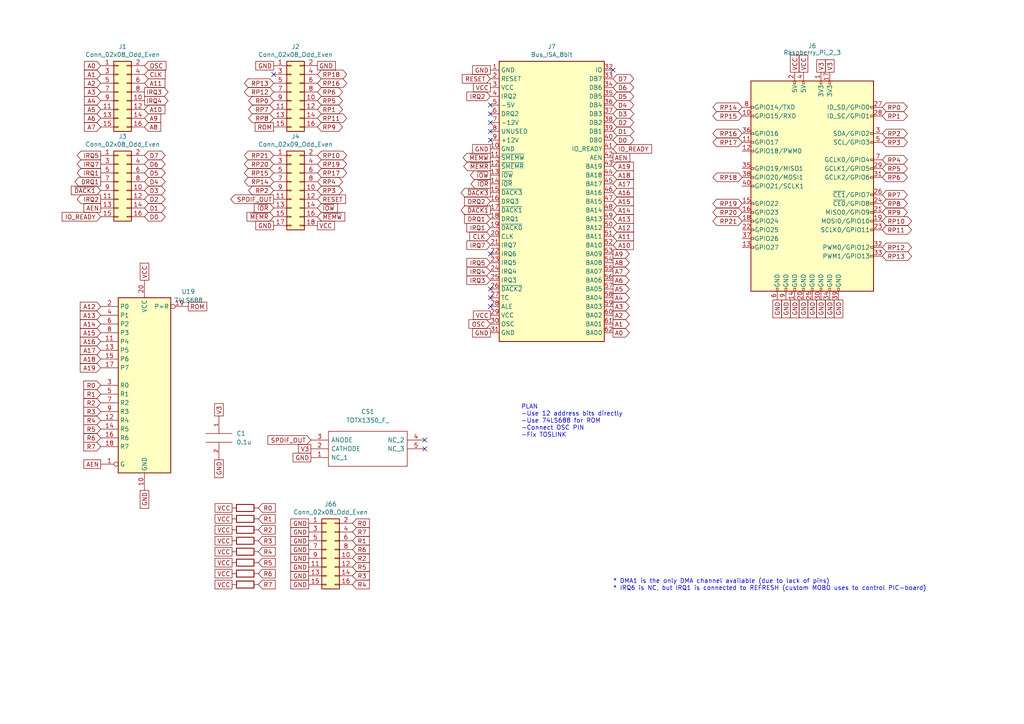
<source format=kicad_sch>
(kicad_sch (version 20211123) (generator eeschema)

  (uuid e63e39d7-6ac0-4ffd-8aa3-1841a4541b55)

  (paper "A4")

  (lib_symbols
    (symbol "74xx:74LS688" (in_bom yes) (on_board yes)
      (property "Reference" "U" (id 0) (at -7.62 26.67 0)
        (effects (font (size 1.27 1.27)))
      )
      (property "Value" "74LS688" (id 1) (at -7.62 -26.67 0)
        (effects (font (size 1.27 1.27)))
      )
      (property "Footprint" "" (id 2) (at 0 0 0)
        (effects (font (size 1.27 1.27)) hide)
      )
      (property "Datasheet" "http://www.ti.com/lit/gpn/sn74LS688" (id 3) (at 0 0 0)
        (effects (font (size 1.27 1.27)) hide)
      )
      (property "ki_keywords" "TTL DECOD Arith" (id 4) (at 0 0 0)
        (effects (font (size 1.27 1.27)) hide)
      )
      (property "ki_description" "8-bit magnitude comparator" (id 5) (at 0 0 0)
        (effects (font (size 1.27 1.27)) hide)
      )
      (property "ki_fp_filters" "DIP?20* SOIC?20* SO?20* TSSOP?20*" (id 6) (at 0 0 0)
        (effects (font (size 1.27 1.27)) hide)
      )
      (symbol "74LS688_1_0"
        (pin input inverted (at -12.7 -22.86 0) (length 5.08)
          (name "G" (effects (font (size 1.27 1.27))))
          (number "1" (effects (font (size 1.27 1.27))))
        )
        (pin power_in line (at 0 -30.48 90) (length 5.08)
          (name "GND" (effects (font (size 1.27 1.27))))
          (number "10" (effects (font (size 1.27 1.27))))
        )
        (pin input line (at -12.7 12.7 0) (length 5.08)
          (name "P4" (effects (font (size 1.27 1.27))))
          (number "11" (effects (font (size 1.27 1.27))))
        )
        (pin input line (at -12.7 -10.16 0) (length 5.08)
          (name "R4" (effects (font (size 1.27 1.27))))
          (number "12" (effects (font (size 1.27 1.27))))
        )
        (pin input line (at -12.7 10.16 0) (length 5.08)
          (name "P5" (effects (font (size 1.27 1.27))))
          (number "13" (effects (font (size 1.27 1.27))))
        )
        (pin input line (at -12.7 -12.7 0) (length 5.08)
          (name "R5" (effects (font (size 1.27 1.27))))
          (number "14" (effects (font (size 1.27 1.27))))
        )
        (pin input line (at -12.7 7.62 0) (length 5.08)
          (name "P6" (effects (font (size 1.27 1.27))))
          (number "15" (effects (font (size 1.27 1.27))))
        )
        (pin input line (at -12.7 -15.24 0) (length 5.08)
          (name "R6" (effects (font (size 1.27 1.27))))
          (number "16" (effects (font (size 1.27 1.27))))
        )
        (pin input line (at -12.7 5.08 0) (length 5.08)
          (name "P7" (effects (font (size 1.27 1.27))))
          (number "17" (effects (font (size 1.27 1.27))))
        )
        (pin input line (at -12.7 -17.78 0) (length 5.08)
          (name "R7" (effects (font (size 1.27 1.27))))
          (number "18" (effects (font (size 1.27 1.27))))
        )
        (pin output inverted (at 12.7 22.86 180) (length 5.08)
          (name "P=R" (effects (font (size 1.27 1.27))))
          (number "19" (effects (font (size 1.27 1.27))))
        )
        (pin input line (at -12.7 22.86 0) (length 5.08)
          (name "P0" (effects (font (size 1.27 1.27))))
          (number "2" (effects (font (size 1.27 1.27))))
        )
        (pin power_in line (at 0 30.48 270) (length 5.08)
          (name "VCC" (effects (font (size 1.27 1.27))))
          (number "20" (effects (font (size 1.27 1.27))))
        )
        (pin input line (at -12.7 0 0) (length 5.08)
          (name "R0" (effects (font (size 1.27 1.27))))
          (number "3" (effects (font (size 1.27 1.27))))
        )
        (pin input line (at -12.7 20.32 0) (length 5.08)
          (name "P1" (effects (font (size 1.27 1.27))))
          (number "4" (effects (font (size 1.27 1.27))))
        )
        (pin input line (at -12.7 -2.54 0) (length 5.08)
          (name "R1" (effects (font (size 1.27 1.27))))
          (number "5" (effects (font (size 1.27 1.27))))
        )
        (pin input line (at -12.7 17.78 0) (length 5.08)
          (name "P2" (effects (font (size 1.27 1.27))))
          (number "6" (effects (font (size 1.27 1.27))))
        )
        (pin input line (at -12.7 -5.08 0) (length 5.08)
          (name "R2" (effects (font (size 1.27 1.27))))
          (number "7" (effects (font (size 1.27 1.27))))
        )
        (pin input line (at -12.7 15.24 0) (length 5.08)
          (name "P3" (effects (font (size 1.27 1.27))))
          (number "8" (effects (font (size 1.27 1.27))))
        )
        (pin input line (at -12.7 -7.62 0) (length 5.08)
          (name "R3" (effects (font (size 1.27 1.27))))
          (number "9" (effects (font (size 1.27 1.27))))
        )
      )
      (symbol "74LS688_1_1"
        (rectangle (start -7.62 25.4) (end 7.62 -25.4)
          (stroke (width 0.254) (type default) (color 0 0 0 0))
          (fill (type background))
        )
      )
    )
    (symbol "Connector:Bus_ISA_8bit" (in_bom yes) (on_board yes)
      (property "Reference" "J" (id 0) (at 0 42.545 0)
        (effects (font (size 1.27 1.27)))
      )
      (property "Value" "Bus_ISA_8bit" (id 1) (at 0 -42.545 0)
        (effects (font (size 1.27 1.27)))
      )
      (property "Footprint" "" (id 2) (at 0 0 0)
        (effects (font (size 1.27 1.27)) hide)
      )
      (property "Datasheet" "https://en.wikipedia.org/wiki/Industry_Standard_Architecture" (id 3) (at 0 0 0)
        (effects (font (size 1.27 1.27)) hide)
      )
      (property "ki_keywords" "ISA" (id 4) (at 0 0 0)
        (effects (font (size 1.27 1.27)) hide)
      )
      (property "ki_description" "8-bit ISA-PC bus connector" (id 5) (at 0 0 0)
        (effects (font (size 1.27 1.27)) hide)
      )
      (symbol "Bus_ISA_8bit_0_1"
        (rectangle (start -15.24 -40.64) (end 15.24 40.64)
          (stroke (width 0.254) (type default) (color 0 0 0 0))
          (fill (type background))
        )
      )
      (symbol "Bus_ISA_8bit_1_1"
        (pin power_in line (at -17.78 38.1 0) (length 2.54)
          (name "GND" (effects (font (size 1.27 1.27))))
          (number "1" (effects (font (size 1.27 1.27))))
        )
        (pin power_in line (at -17.78 15.24 0) (length 2.54)
          (name "GND" (effects (font (size 1.27 1.27))))
          (number "10" (effects (font (size 1.27 1.27))))
        )
        (pin output line (at -17.78 12.7 0) (length 2.54)
          (name "~{SMEMW}" (effects (font (size 1.27 1.27))))
          (number "11" (effects (font (size 1.27 1.27))))
        )
        (pin output line (at -17.78 10.16 0) (length 2.54)
          (name "~{SMEMR}" (effects (font (size 1.27 1.27))))
          (number "12" (effects (font (size 1.27 1.27))))
        )
        (pin output line (at -17.78 7.62 0) (length 2.54)
          (name "~{IOW}" (effects (font (size 1.27 1.27))))
          (number "13" (effects (font (size 1.27 1.27))))
        )
        (pin output line (at -17.78 5.08 0) (length 2.54)
          (name "~{IOR}" (effects (font (size 1.27 1.27))))
          (number "14" (effects (font (size 1.27 1.27))))
        )
        (pin passive line (at -17.78 2.54 0) (length 2.54)
          (name "~{DACK3}" (effects (font (size 1.27 1.27))))
          (number "15" (effects (font (size 1.27 1.27))))
        )
        (pin passive line (at -17.78 0 0) (length 2.54)
          (name "DRQ3" (effects (font (size 1.27 1.27))))
          (number "16" (effects (font (size 1.27 1.27))))
        )
        (pin passive line (at -17.78 -2.54 0) (length 2.54)
          (name "~{DACK1}" (effects (font (size 1.27 1.27))))
          (number "17" (effects (font (size 1.27 1.27))))
        )
        (pin passive line (at -17.78 -5.08 0) (length 2.54)
          (name "DRQ1" (effects (font (size 1.27 1.27))))
          (number "18" (effects (font (size 1.27 1.27))))
        )
        (pin passive line (at -17.78 -7.62 0) (length 2.54)
          (name "~{DACK0}" (effects (font (size 1.27 1.27))))
          (number "19" (effects (font (size 1.27 1.27))))
        )
        (pin output line (at -17.78 35.56 0) (length 2.54)
          (name "RESET" (effects (font (size 1.27 1.27))))
          (number "2" (effects (font (size 1.27 1.27))))
        )
        (pin output line (at -17.78 -10.16 0) (length 2.54)
          (name "CLK" (effects (font (size 1.27 1.27))))
          (number "20" (effects (font (size 1.27 1.27))))
        )
        (pin passive line (at -17.78 -12.7 0) (length 2.54)
          (name "IRQ7" (effects (font (size 1.27 1.27))))
          (number "21" (effects (font (size 1.27 1.27))))
        )
        (pin passive line (at -17.78 -15.24 0) (length 2.54)
          (name "IRQ6" (effects (font (size 1.27 1.27))))
          (number "22" (effects (font (size 1.27 1.27))))
        )
        (pin passive line (at -17.78 -17.78 0) (length 2.54)
          (name "IRQ5" (effects (font (size 1.27 1.27))))
          (number "23" (effects (font (size 1.27 1.27))))
        )
        (pin passive line (at -17.78 -20.32 0) (length 2.54)
          (name "IRQ4" (effects (font (size 1.27 1.27))))
          (number "24" (effects (font (size 1.27 1.27))))
        )
        (pin passive line (at -17.78 -22.86 0) (length 2.54)
          (name "IRQ3" (effects (font (size 1.27 1.27))))
          (number "25" (effects (font (size 1.27 1.27))))
        )
        (pin passive line (at -17.78 -25.4 0) (length 2.54)
          (name "~{DACK2}" (effects (font (size 1.27 1.27))))
          (number "26" (effects (font (size 1.27 1.27))))
        )
        (pin passive line (at -17.78 -27.94 0) (length 2.54)
          (name "TC" (effects (font (size 1.27 1.27))))
          (number "27" (effects (font (size 1.27 1.27))))
        )
        (pin output line (at -17.78 -30.48 0) (length 2.54)
          (name "ALE" (effects (font (size 1.27 1.27))))
          (number "28" (effects (font (size 1.27 1.27))))
        )
        (pin power_in line (at -17.78 -33.02 0) (length 2.54)
          (name "VCC" (effects (font (size 1.27 1.27))))
          (number "29" (effects (font (size 1.27 1.27))))
        )
        (pin power_in line (at -17.78 33.02 0) (length 2.54)
          (name "VCC" (effects (font (size 1.27 1.27))))
          (number "3" (effects (font (size 1.27 1.27))))
        )
        (pin output line (at -17.78 -35.56 0) (length 2.54)
          (name "OSC" (effects (font (size 1.27 1.27))))
          (number "30" (effects (font (size 1.27 1.27))))
        )
        (pin power_in line (at -17.78 -38.1 0) (length 2.54)
          (name "GND" (effects (font (size 1.27 1.27))))
          (number "31" (effects (font (size 1.27 1.27))))
        )
        (pin passive line (at 17.78 38.1 180) (length 2.54)
          (name "IO" (effects (font (size 1.27 1.27))))
          (number "32" (effects (font (size 1.27 1.27))))
        )
        (pin tri_state line (at 17.78 35.56 180) (length 2.54)
          (name "DB7" (effects (font (size 1.27 1.27))))
          (number "33" (effects (font (size 1.27 1.27))))
        )
        (pin tri_state line (at 17.78 33.02 180) (length 2.54)
          (name "DB6" (effects (font (size 1.27 1.27))))
          (number "34" (effects (font (size 1.27 1.27))))
        )
        (pin tri_state line (at 17.78 30.48 180) (length 2.54)
          (name "DB5" (effects (font (size 1.27 1.27))))
          (number "35" (effects (font (size 1.27 1.27))))
        )
        (pin tri_state line (at 17.78 27.94 180) (length 2.54)
          (name "DB4" (effects (font (size 1.27 1.27))))
          (number "36" (effects (font (size 1.27 1.27))))
        )
        (pin tri_state line (at 17.78 25.4 180) (length 2.54)
          (name "DB3" (effects (font (size 1.27 1.27))))
          (number "37" (effects (font (size 1.27 1.27))))
        )
        (pin tri_state line (at 17.78 22.86 180) (length 2.54)
          (name "DB2" (effects (font (size 1.27 1.27))))
          (number "38" (effects (font (size 1.27 1.27))))
        )
        (pin tri_state line (at 17.78 20.32 180) (length 2.54)
          (name "DB1" (effects (font (size 1.27 1.27))))
          (number "39" (effects (font (size 1.27 1.27))))
        )
        (pin passive line (at -17.78 30.48 0) (length 2.54)
          (name "IRQ2" (effects (font (size 1.27 1.27))))
          (number "4" (effects (font (size 1.27 1.27))))
        )
        (pin tri_state line (at 17.78 17.78 180) (length 2.54)
          (name "DB0" (effects (font (size 1.27 1.27))))
          (number "40" (effects (font (size 1.27 1.27))))
        )
        (pin passive line (at 17.78 15.24 180) (length 2.54)
          (name "IO_READY" (effects (font (size 1.27 1.27))))
          (number "41" (effects (font (size 1.27 1.27))))
        )
        (pin output line (at 17.78 12.7 180) (length 2.54)
          (name "AEN" (effects (font (size 1.27 1.27))))
          (number "42" (effects (font (size 1.27 1.27))))
        )
        (pin tri_state line (at 17.78 10.16 180) (length 2.54)
          (name "BA19" (effects (font (size 1.27 1.27))))
          (number "43" (effects (font (size 1.27 1.27))))
        )
        (pin tri_state line (at 17.78 7.62 180) (length 2.54)
          (name "BA18" (effects (font (size 1.27 1.27))))
          (number "44" (effects (font (size 1.27 1.27))))
        )
        (pin tri_state line (at 17.78 5.08 180) (length 2.54)
          (name "BA17" (effects (font (size 1.27 1.27))))
          (number "45" (effects (font (size 1.27 1.27))))
        )
        (pin tri_state line (at 17.78 2.54 180) (length 2.54)
          (name "BA16" (effects (font (size 1.27 1.27))))
          (number "46" (effects (font (size 1.27 1.27))))
        )
        (pin tri_state line (at 17.78 0 180) (length 2.54)
          (name "BA15" (effects (font (size 1.27 1.27))))
          (number "47" (effects (font (size 1.27 1.27))))
        )
        (pin tri_state line (at 17.78 -2.54 180) (length 2.54)
          (name "BA14" (effects (font (size 1.27 1.27))))
          (number "48" (effects (font (size 1.27 1.27))))
        )
        (pin tri_state line (at 17.78 -5.08 180) (length 2.54)
          (name "BA13" (effects (font (size 1.27 1.27))))
          (number "49" (effects (font (size 1.27 1.27))))
        )
        (pin power_in line (at -17.78 27.94 0) (length 2.54)
          (name "-5V" (effects (font (size 1.27 1.27))))
          (number "5" (effects (font (size 1.27 1.27))))
        )
        (pin tri_state line (at 17.78 -7.62 180) (length 2.54)
          (name "BA12" (effects (font (size 1.27 1.27))))
          (number "50" (effects (font (size 1.27 1.27))))
        )
        (pin tri_state line (at 17.78 -10.16 180) (length 2.54)
          (name "BA11" (effects (font (size 1.27 1.27))))
          (number "51" (effects (font (size 1.27 1.27))))
        )
        (pin tri_state line (at 17.78 -12.7 180) (length 2.54)
          (name "BA10" (effects (font (size 1.27 1.27))))
          (number "52" (effects (font (size 1.27 1.27))))
        )
        (pin tri_state line (at 17.78 -15.24 180) (length 2.54)
          (name "BA09" (effects (font (size 1.27 1.27))))
          (number "53" (effects (font (size 1.27 1.27))))
        )
        (pin tri_state line (at 17.78 -17.78 180) (length 2.54)
          (name "BA08" (effects (font (size 1.27 1.27))))
          (number "54" (effects (font (size 1.27 1.27))))
        )
        (pin tri_state line (at 17.78 -20.32 180) (length 2.54)
          (name "BA07" (effects (font (size 1.27 1.27))))
          (number "55" (effects (font (size 1.27 1.27))))
        )
        (pin tri_state line (at 17.78 -22.86 180) (length 2.54)
          (name "BA06" (effects (font (size 1.27 1.27))))
          (number "56" (effects (font (size 1.27 1.27))))
        )
        (pin tri_state line (at 17.78 -25.4 180) (length 2.54)
          (name "BA05" (effects (font (size 1.27 1.27))))
          (number "57" (effects (font (size 1.27 1.27))))
        )
        (pin tri_state line (at 17.78 -27.94 180) (length 2.54)
          (name "BA04" (effects (font (size 1.27 1.27))))
          (number "58" (effects (font (size 1.27 1.27))))
        )
        (pin tri_state line (at 17.78 -30.48 180) (length 2.54)
          (name "BA03" (effects (font (size 1.27 1.27))))
          (number "59" (effects (font (size 1.27 1.27))))
        )
        (pin passive line (at -17.78 25.4 0) (length 2.54)
          (name "DRQ2" (effects (font (size 1.27 1.27))))
          (number "6" (effects (font (size 1.27 1.27))))
        )
        (pin tri_state line (at 17.78 -33.02 180) (length 2.54)
          (name "BA02" (effects (font (size 1.27 1.27))))
          (number "60" (effects (font (size 1.27 1.27))))
        )
        (pin tri_state line (at 17.78 -35.56 180) (length 2.54)
          (name "BA01" (effects (font (size 1.27 1.27))))
          (number "61" (effects (font (size 1.27 1.27))))
        )
        (pin tri_state line (at 17.78 -38.1 180) (length 2.54)
          (name "BA00" (effects (font (size 1.27 1.27))))
          (number "62" (effects (font (size 1.27 1.27))))
        )
        (pin power_in line (at -17.78 22.86 0) (length 2.54)
          (name "-12V" (effects (font (size 1.27 1.27))))
          (number "7" (effects (font (size 1.27 1.27))))
        )
        (pin passive line (at -17.78 20.32 0) (length 2.54)
          (name "UNUSED" (effects (font (size 1.27 1.27))))
          (number "8" (effects (font (size 1.27 1.27))))
        )
        (pin power_in line (at -17.78 17.78 0) (length 2.54)
          (name "+12V" (effects (font (size 1.27 1.27))))
          (number "9" (effects (font (size 1.27 1.27))))
        )
      )
    )
    (symbol "Connector:Raspberry_Pi_2_3" (pin_names (offset 1.016)) (in_bom yes) (on_board yes)
      (property "Reference" "J" (id 0) (at -17.78 31.75 0)
        (effects (font (size 1.27 1.27)) (justify left bottom))
      )
      (property "Value" "Raspberry_Pi_2_3" (id 1) (at 10.16 -31.75 0)
        (effects (font (size 1.27 1.27)) (justify left top))
      )
      (property "Footprint" "" (id 2) (at 0 0 0)
        (effects (font (size 1.27 1.27)) hide)
      )
      (property "Datasheet" "https://www.raspberrypi.org/documentation/hardware/raspberrypi/schematics/rpi_SCH_3bplus_1p0_reduced.pdf" (id 3) (at 0 0 0)
        (effects (font (size 1.27 1.27)) hide)
      )
      (property "ki_keywords" "raspberrypi gpio" (id 4) (at 0 0 0)
        (effects (font (size 1.27 1.27)) hide)
      )
      (property "ki_description" "expansion header for Raspberry Pi 2 & 3" (id 5) (at 0 0 0)
        (effects (font (size 1.27 1.27)) hide)
      )
      (property "ki_fp_filters" "PinHeader*2x20*P2.54mm*Vertical* PinSocket*2x20*P2.54mm*Vertical*" (id 6) (at 0 0 0)
        (effects (font (size 1.27 1.27)) hide)
      )
      (symbol "Raspberry_Pi_2_3_0_1"
        (rectangle (start -17.78 30.48) (end 17.78 -30.48)
          (stroke (width 0.254) (type default) (color 0 0 0 0))
          (fill (type background))
        )
      )
      (symbol "Raspberry_Pi_2_3_1_1"
        (rectangle (start -16.891 -17.526) (end -17.78 -18.034)
          (stroke (width 0) (type default) (color 0 0 0 0))
          (fill (type none))
        )
        (rectangle (start -16.891 -14.986) (end -17.78 -15.494)
          (stroke (width 0) (type default) (color 0 0 0 0))
          (fill (type none))
        )
        (rectangle (start -16.891 -12.446) (end -17.78 -12.954)
          (stroke (width 0) (type default) (color 0 0 0 0))
          (fill (type none))
        )
        (rectangle (start -16.891 -9.906) (end -17.78 -10.414)
          (stroke (width 0) (type default) (color 0 0 0 0))
          (fill (type none))
        )
        (rectangle (start -16.891 -7.366) (end -17.78 -7.874)
          (stroke (width 0) (type default) (color 0 0 0 0))
          (fill (type none))
        )
        (rectangle (start -16.891 -4.826) (end -17.78 -5.334)
          (stroke (width 0) (type default) (color 0 0 0 0))
          (fill (type none))
        )
        (rectangle (start -16.891 0.254) (end -17.78 -0.254)
          (stroke (width 0) (type default) (color 0 0 0 0))
          (fill (type none))
        )
        (rectangle (start -16.891 2.794) (end -17.78 2.286)
          (stroke (width 0) (type default) (color 0 0 0 0))
          (fill (type none))
        )
        (rectangle (start -16.891 5.334) (end -17.78 4.826)
          (stroke (width 0) (type default) (color 0 0 0 0))
          (fill (type none))
        )
        (rectangle (start -16.891 10.414) (end -17.78 9.906)
          (stroke (width 0) (type default) (color 0 0 0 0))
          (fill (type none))
        )
        (rectangle (start -16.891 12.954) (end -17.78 12.446)
          (stroke (width 0) (type default) (color 0 0 0 0))
          (fill (type none))
        )
        (rectangle (start -16.891 15.494) (end -17.78 14.986)
          (stroke (width 0) (type default) (color 0 0 0 0))
          (fill (type none))
        )
        (rectangle (start -16.891 20.574) (end -17.78 20.066)
          (stroke (width 0) (type default) (color 0 0 0 0))
          (fill (type none))
        )
        (rectangle (start -16.891 23.114) (end -17.78 22.606)
          (stroke (width 0) (type default) (color 0 0 0 0))
          (fill (type none))
        )
        (rectangle (start -10.414 -29.591) (end -9.906 -30.48)
          (stroke (width 0) (type default) (color 0 0 0 0))
          (fill (type none))
        )
        (rectangle (start -7.874 -29.591) (end -7.366 -30.48)
          (stroke (width 0) (type default) (color 0 0 0 0))
          (fill (type none))
        )
        (rectangle (start -5.334 -29.591) (end -4.826 -30.48)
          (stroke (width 0) (type default) (color 0 0 0 0))
          (fill (type none))
        )
        (rectangle (start -5.334 30.48) (end -4.826 29.591)
          (stroke (width 0) (type default) (color 0 0 0 0))
          (fill (type none))
        )
        (rectangle (start -2.794 -29.591) (end -2.286 -30.48)
          (stroke (width 0) (type default) (color 0 0 0 0))
          (fill (type none))
        )
        (rectangle (start -2.794 30.48) (end -2.286 29.591)
          (stroke (width 0) (type default) (color 0 0 0 0))
          (fill (type none))
        )
        (rectangle (start -0.254 -29.591) (end 0.254 -30.48)
          (stroke (width 0) (type default) (color 0 0 0 0))
          (fill (type none))
        )
        (rectangle (start 2.286 -29.591) (end 2.794 -30.48)
          (stroke (width 0) (type default) (color 0 0 0 0))
          (fill (type none))
        )
        (rectangle (start 2.286 30.48) (end 2.794 29.591)
          (stroke (width 0) (type default) (color 0 0 0 0))
          (fill (type none))
        )
        (rectangle (start 4.826 -29.591) (end 5.334 -30.48)
          (stroke (width 0) (type default) (color 0 0 0 0))
          (fill (type none))
        )
        (rectangle (start 4.826 30.48) (end 5.334 29.591)
          (stroke (width 0) (type default) (color 0 0 0 0))
          (fill (type none))
        )
        (rectangle (start 7.366 -29.591) (end 7.874 -30.48)
          (stroke (width 0) (type default) (color 0 0 0 0))
          (fill (type none))
        )
        (rectangle (start 17.78 -20.066) (end 16.891 -20.574)
          (stroke (width 0) (type default) (color 0 0 0 0))
          (fill (type none))
        )
        (rectangle (start 17.78 -17.526) (end 16.891 -18.034)
          (stroke (width 0) (type default) (color 0 0 0 0))
          (fill (type none))
        )
        (rectangle (start 17.78 -12.446) (end 16.891 -12.954)
          (stroke (width 0) (type default) (color 0 0 0 0))
          (fill (type none))
        )
        (rectangle (start 17.78 -9.906) (end 16.891 -10.414)
          (stroke (width 0) (type default) (color 0 0 0 0))
          (fill (type none))
        )
        (rectangle (start 17.78 -7.366) (end 16.891 -7.874)
          (stroke (width 0) (type default) (color 0 0 0 0))
          (fill (type none))
        )
        (rectangle (start 17.78 -4.826) (end 16.891 -5.334)
          (stroke (width 0) (type default) (color 0 0 0 0))
          (fill (type none))
        )
        (rectangle (start 17.78 -2.286) (end 16.891 -2.794)
          (stroke (width 0) (type default) (color 0 0 0 0))
          (fill (type none))
        )
        (rectangle (start 17.78 2.794) (end 16.891 2.286)
          (stroke (width 0) (type default) (color 0 0 0 0))
          (fill (type none))
        )
        (rectangle (start 17.78 5.334) (end 16.891 4.826)
          (stroke (width 0) (type default) (color 0 0 0 0))
          (fill (type none))
        )
        (rectangle (start 17.78 7.874) (end 16.891 7.366)
          (stroke (width 0) (type default) (color 0 0 0 0))
          (fill (type none))
        )
        (rectangle (start 17.78 12.954) (end 16.891 12.446)
          (stroke (width 0) (type default) (color 0 0 0 0))
          (fill (type none))
        )
        (rectangle (start 17.78 15.494) (end 16.891 14.986)
          (stroke (width 0) (type default) (color 0 0 0 0))
          (fill (type none))
        )
        (rectangle (start 17.78 20.574) (end 16.891 20.066)
          (stroke (width 0) (type default) (color 0 0 0 0))
          (fill (type none))
        )
        (rectangle (start 17.78 23.114) (end 16.891 22.606)
          (stroke (width 0) (type default) (color 0 0 0 0))
          (fill (type none))
        )
        (pin power_in line (at 2.54 33.02 270) (length 2.54)
          (name "3V3" (effects (font (size 1.27 1.27))))
          (number "1" (effects (font (size 1.27 1.27))))
        )
        (pin bidirectional line (at -20.32 20.32 0) (length 2.54)
          (name "GPIO15/RXD" (effects (font (size 1.27 1.27))))
          (number "10" (effects (font (size 1.27 1.27))))
        )
        (pin bidirectional line (at -20.32 12.7 0) (length 2.54)
          (name "GPIO17" (effects (font (size 1.27 1.27))))
          (number "11" (effects (font (size 1.27 1.27))))
        )
        (pin bidirectional line (at -20.32 10.16 0) (length 2.54)
          (name "GPIO18/PWM0" (effects (font (size 1.27 1.27))))
          (number "12" (effects (font (size 1.27 1.27))))
        )
        (pin bidirectional line (at -20.32 -17.78 0) (length 2.54)
          (name "GPIO27" (effects (font (size 1.27 1.27))))
          (number "13" (effects (font (size 1.27 1.27))))
        )
        (pin power_in line (at -5.08 -33.02 90) (length 2.54)
          (name "GND" (effects (font (size 1.27 1.27))))
          (number "14" (effects (font (size 1.27 1.27))))
        )
        (pin bidirectional line (at -20.32 -5.08 0) (length 2.54)
          (name "GPIO22" (effects (font (size 1.27 1.27))))
          (number "15" (effects (font (size 1.27 1.27))))
        )
        (pin bidirectional line (at -20.32 -7.62 0) (length 2.54)
          (name "GPIO23" (effects (font (size 1.27 1.27))))
          (number "16" (effects (font (size 1.27 1.27))))
        )
        (pin power_in line (at 5.08 33.02 270) (length 2.54)
          (name "3V3" (effects (font (size 1.27 1.27))))
          (number "17" (effects (font (size 1.27 1.27))))
        )
        (pin bidirectional line (at -20.32 -10.16 0) (length 2.54)
          (name "GPIO24" (effects (font (size 1.27 1.27))))
          (number "18" (effects (font (size 1.27 1.27))))
        )
        (pin bidirectional line (at 20.32 -10.16 180) (length 2.54)
          (name "MOSI0/GPIO10" (effects (font (size 1.27 1.27))))
          (number "19" (effects (font (size 1.27 1.27))))
        )
        (pin power_in line (at -5.08 33.02 270) (length 2.54)
          (name "5V" (effects (font (size 1.27 1.27))))
          (number "2" (effects (font (size 1.27 1.27))))
        )
        (pin power_in line (at -2.54 -33.02 90) (length 2.54)
          (name "GND" (effects (font (size 1.27 1.27))))
          (number "20" (effects (font (size 1.27 1.27))))
        )
        (pin bidirectional line (at 20.32 -7.62 180) (length 2.54)
          (name "MISO0/GPIO9" (effects (font (size 1.27 1.27))))
          (number "21" (effects (font (size 1.27 1.27))))
        )
        (pin bidirectional line (at -20.32 -12.7 0) (length 2.54)
          (name "GPIO25" (effects (font (size 1.27 1.27))))
          (number "22" (effects (font (size 1.27 1.27))))
        )
        (pin bidirectional line (at 20.32 -12.7 180) (length 2.54)
          (name "SCLK0/GPIO11" (effects (font (size 1.27 1.27))))
          (number "23" (effects (font (size 1.27 1.27))))
        )
        (pin bidirectional line (at 20.32 -5.08 180) (length 2.54)
          (name "~{CE0}/GPIO8" (effects (font (size 1.27 1.27))))
          (number "24" (effects (font (size 1.27 1.27))))
        )
        (pin power_in line (at 0 -33.02 90) (length 2.54)
          (name "GND" (effects (font (size 1.27 1.27))))
          (number "25" (effects (font (size 1.27 1.27))))
        )
        (pin bidirectional line (at 20.32 -2.54 180) (length 2.54)
          (name "~{CE1}/GPIO7" (effects (font (size 1.27 1.27))))
          (number "26" (effects (font (size 1.27 1.27))))
        )
        (pin bidirectional line (at 20.32 22.86 180) (length 2.54)
          (name "ID_SD/GPIO0" (effects (font (size 1.27 1.27))))
          (number "27" (effects (font (size 1.27 1.27))))
        )
        (pin bidirectional line (at 20.32 20.32 180) (length 2.54)
          (name "ID_SC/GPIO1" (effects (font (size 1.27 1.27))))
          (number "28" (effects (font (size 1.27 1.27))))
        )
        (pin bidirectional line (at 20.32 5.08 180) (length 2.54)
          (name "GCLK1/GPIO5" (effects (font (size 1.27 1.27))))
          (number "29" (effects (font (size 1.27 1.27))))
        )
        (pin bidirectional line (at 20.32 15.24 180) (length 2.54)
          (name "SDA/GPIO2" (effects (font (size 1.27 1.27))))
          (number "3" (effects (font (size 1.27 1.27))))
        )
        (pin power_in line (at 2.54 -33.02 90) (length 2.54)
          (name "GND" (effects (font (size 1.27 1.27))))
          (number "30" (effects (font (size 1.27 1.27))))
        )
        (pin bidirectional line (at 20.32 2.54 180) (length 2.54)
          (name "GCLK2/GPIO6" (effects (font (size 1.27 1.27))))
          (number "31" (effects (font (size 1.27 1.27))))
        )
        (pin bidirectional line (at 20.32 -17.78 180) (length 2.54)
          (name "PWM0/GPIO12" (effects (font (size 1.27 1.27))))
          (number "32" (effects (font (size 1.27 1.27))))
        )
        (pin bidirectional line (at 20.32 -20.32 180) (length 2.54)
          (name "PWM1/GPIO13" (effects (font (size 1.27 1.27))))
          (number "33" (effects (font (size 1.27 1.27))))
        )
        (pin power_in line (at 5.08 -33.02 90) (length 2.54)
          (name "GND" (effects (font (size 1.27 1.27))))
          (number "34" (effects (font (size 1.27 1.27))))
        )
        (pin bidirectional line (at -20.32 5.08 0) (length 2.54)
          (name "GPIO19/MISO1" (effects (font (size 1.27 1.27))))
          (number "35" (effects (font (size 1.27 1.27))))
        )
        (pin bidirectional line (at -20.32 15.24 0) (length 2.54)
          (name "GPIO16" (effects (font (size 1.27 1.27))))
          (number "36" (effects (font (size 1.27 1.27))))
        )
        (pin bidirectional line (at -20.32 -15.24 0) (length 2.54)
          (name "GPIO26" (effects (font (size 1.27 1.27))))
          (number "37" (effects (font (size 1.27 1.27))))
        )
        (pin bidirectional line (at -20.32 2.54 0) (length 2.54)
          (name "GPIO20/MOSI1" (effects (font (size 1.27 1.27))))
          (number "38" (effects (font (size 1.27 1.27))))
        )
        (pin power_in line (at 7.62 -33.02 90) (length 2.54)
          (name "GND" (effects (font (size 1.27 1.27))))
          (number "39" (effects (font (size 1.27 1.27))))
        )
        (pin power_in line (at -2.54 33.02 270) (length 2.54)
          (name "5V" (effects (font (size 1.27 1.27))))
          (number "4" (effects (font (size 1.27 1.27))))
        )
        (pin bidirectional line (at -20.32 0 0) (length 2.54)
          (name "GPIO21/SCLK1" (effects (font (size 1.27 1.27))))
          (number "40" (effects (font (size 1.27 1.27))))
        )
        (pin bidirectional line (at 20.32 12.7 180) (length 2.54)
          (name "SCL/GPIO3" (effects (font (size 1.27 1.27))))
          (number "5" (effects (font (size 1.27 1.27))))
        )
        (pin power_in line (at -10.16 -33.02 90) (length 2.54)
          (name "GND" (effects (font (size 1.27 1.27))))
          (number "6" (effects (font (size 1.27 1.27))))
        )
        (pin bidirectional line (at 20.32 7.62 180) (length 2.54)
          (name "GCLK0/GPIO4" (effects (font (size 1.27 1.27))))
          (number "7" (effects (font (size 1.27 1.27))))
        )
        (pin bidirectional line (at -20.32 22.86 0) (length 2.54)
          (name "GPIO14/TXD" (effects (font (size 1.27 1.27))))
          (number "8" (effects (font (size 1.27 1.27))))
        )
        (pin power_in line (at -7.62 -33.02 90) (length 2.54)
          (name "GND" (effects (font (size 1.27 1.27))))
          (number "9" (effects (font (size 1.27 1.27))))
        )
      )
    )
    (symbol "Connector_Generic:Conn_02x08_Odd_Even" (pin_names (offset 1.016) hide) (in_bom yes) (on_board yes)
      (property "Reference" "J" (id 0) (at 1.27 10.16 0)
        (effects (font (size 1.27 1.27)))
      )
      (property "Value" "Conn_02x08_Odd_Even" (id 1) (at 1.27 -12.7 0)
        (effects (font (size 1.27 1.27)))
      )
      (property "Footprint" "" (id 2) (at 0 0 0)
        (effects (font (size 1.27 1.27)) hide)
      )
      (property "Datasheet" "~" (id 3) (at 0 0 0)
        (effects (font (size 1.27 1.27)) hide)
      )
      (property "ki_keywords" "connector" (id 4) (at 0 0 0)
        (effects (font (size 1.27 1.27)) hide)
      )
      (property "ki_description" "Generic connector, double row, 02x08, odd/even pin numbering scheme (row 1 odd numbers, row 2 even numbers), script generated (kicad-library-utils/schlib/autogen/connector/)" (id 5) (at 0 0 0)
        (effects (font (size 1.27 1.27)) hide)
      )
      (property "ki_fp_filters" "Connector*:*_2x??_*" (id 6) (at 0 0 0)
        (effects (font (size 1.27 1.27)) hide)
      )
      (symbol "Conn_02x08_Odd_Even_1_1"
        (rectangle (start -1.27 -10.033) (end 0 -10.287)
          (stroke (width 0.1524) (type default) (color 0 0 0 0))
          (fill (type none))
        )
        (rectangle (start -1.27 -7.493) (end 0 -7.747)
          (stroke (width 0.1524) (type default) (color 0 0 0 0))
          (fill (type none))
        )
        (rectangle (start -1.27 -4.953) (end 0 -5.207)
          (stroke (width 0.1524) (type default) (color 0 0 0 0))
          (fill (type none))
        )
        (rectangle (start -1.27 -2.413) (end 0 -2.667)
          (stroke (width 0.1524) (type default) (color 0 0 0 0))
          (fill (type none))
        )
        (rectangle (start -1.27 0.127) (end 0 -0.127)
          (stroke (width 0.1524) (type default) (color 0 0 0 0))
          (fill (type none))
        )
        (rectangle (start -1.27 2.667) (end 0 2.413)
          (stroke (width 0.1524) (type default) (color 0 0 0 0))
          (fill (type none))
        )
        (rectangle (start -1.27 5.207) (end 0 4.953)
          (stroke (width 0.1524) (type default) (color 0 0 0 0))
          (fill (type none))
        )
        (rectangle (start -1.27 7.747) (end 0 7.493)
          (stroke (width 0.1524) (type default) (color 0 0 0 0))
          (fill (type none))
        )
        (rectangle (start -1.27 8.89) (end 3.81 -11.43)
          (stroke (width 0.254) (type default) (color 0 0 0 0))
          (fill (type background))
        )
        (rectangle (start 3.81 -10.033) (end 2.54 -10.287)
          (stroke (width 0.1524) (type default) (color 0 0 0 0))
          (fill (type none))
        )
        (rectangle (start 3.81 -7.493) (end 2.54 -7.747)
          (stroke (width 0.1524) (type default) (color 0 0 0 0))
          (fill (type none))
        )
        (rectangle (start 3.81 -4.953) (end 2.54 -5.207)
          (stroke (width 0.1524) (type default) (color 0 0 0 0))
          (fill (type none))
        )
        (rectangle (start 3.81 -2.413) (end 2.54 -2.667)
          (stroke (width 0.1524) (type default) (color 0 0 0 0))
          (fill (type none))
        )
        (rectangle (start 3.81 0.127) (end 2.54 -0.127)
          (stroke (width 0.1524) (type default) (color 0 0 0 0))
          (fill (type none))
        )
        (rectangle (start 3.81 2.667) (end 2.54 2.413)
          (stroke (width 0.1524) (type default) (color 0 0 0 0))
          (fill (type none))
        )
        (rectangle (start 3.81 5.207) (end 2.54 4.953)
          (stroke (width 0.1524) (type default) (color 0 0 0 0))
          (fill (type none))
        )
        (rectangle (start 3.81 7.747) (end 2.54 7.493)
          (stroke (width 0.1524) (type default) (color 0 0 0 0))
          (fill (type none))
        )
        (pin passive line (at -5.08 7.62 0) (length 3.81)
          (name "Pin_1" (effects (font (size 1.27 1.27))))
          (number "1" (effects (font (size 1.27 1.27))))
        )
        (pin passive line (at 7.62 -2.54 180) (length 3.81)
          (name "Pin_10" (effects (font (size 1.27 1.27))))
          (number "10" (effects (font (size 1.27 1.27))))
        )
        (pin passive line (at -5.08 -5.08 0) (length 3.81)
          (name "Pin_11" (effects (font (size 1.27 1.27))))
          (number "11" (effects (font (size 1.27 1.27))))
        )
        (pin passive line (at 7.62 -5.08 180) (length 3.81)
          (name "Pin_12" (effects (font (size 1.27 1.27))))
          (number "12" (effects (font (size 1.27 1.27))))
        )
        (pin passive line (at -5.08 -7.62 0) (length 3.81)
          (name "Pin_13" (effects (font (size 1.27 1.27))))
          (number "13" (effects (font (size 1.27 1.27))))
        )
        (pin passive line (at 7.62 -7.62 180) (length 3.81)
          (name "Pin_14" (effects (font (size 1.27 1.27))))
          (number "14" (effects (font (size 1.27 1.27))))
        )
        (pin passive line (at -5.08 -10.16 0) (length 3.81)
          (name "Pin_15" (effects (font (size 1.27 1.27))))
          (number "15" (effects (font (size 1.27 1.27))))
        )
        (pin passive line (at 7.62 -10.16 180) (length 3.81)
          (name "Pin_16" (effects (font (size 1.27 1.27))))
          (number "16" (effects (font (size 1.27 1.27))))
        )
        (pin passive line (at 7.62 7.62 180) (length 3.81)
          (name "Pin_2" (effects (font (size 1.27 1.27))))
          (number "2" (effects (font (size 1.27 1.27))))
        )
        (pin passive line (at -5.08 5.08 0) (length 3.81)
          (name "Pin_3" (effects (font (size 1.27 1.27))))
          (number "3" (effects (font (size 1.27 1.27))))
        )
        (pin passive line (at 7.62 5.08 180) (length 3.81)
          (name "Pin_4" (effects (font (size 1.27 1.27))))
          (number "4" (effects (font (size 1.27 1.27))))
        )
        (pin passive line (at -5.08 2.54 0) (length 3.81)
          (name "Pin_5" (effects (font (size 1.27 1.27))))
          (number "5" (effects (font (size 1.27 1.27))))
        )
        (pin passive line (at 7.62 2.54 180) (length 3.81)
          (name "Pin_6" (effects (font (size 1.27 1.27))))
          (number "6" (effects (font (size 1.27 1.27))))
        )
        (pin passive line (at -5.08 0 0) (length 3.81)
          (name "Pin_7" (effects (font (size 1.27 1.27))))
          (number "7" (effects (font (size 1.27 1.27))))
        )
        (pin passive line (at 7.62 0 180) (length 3.81)
          (name "Pin_8" (effects (font (size 1.27 1.27))))
          (number "8" (effects (font (size 1.27 1.27))))
        )
        (pin passive line (at -5.08 -2.54 0) (length 3.81)
          (name "Pin_9" (effects (font (size 1.27 1.27))))
          (number "9" (effects (font (size 1.27 1.27))))
        )
      )
    )
    (symbol "Connector_Generic:Conn_02x09_Odd_Even" (pin_names (offset 1.016) hide) (in_bom yes) (on_board yes)
      (property "Reference" "J" (id 0) (at 1.27 12.7 0)
        (effects (font (size 1.27 1.27)))
      )
      (property "Value" "Conn_02x09_Odd_Even" (id 1) (at 1.27 -12.7 0)
        (effects (font (size 1.27 1.27)))
      )
      (property "Footprint" "" (id 2) (at 0 0 0)
        (effects (font (size 1.27 1.27)) hide)
      )
      (property "Datasheet" "~" (id 3) (at 0 0 0)
        (effects (font (size 1.27 1.27)) hide)
      )
      (property "ki_keywords" "connector" (id 4) (at 0 0 0)
        (effects (font (size 1.27 1.27)) hide)
      )
      (property "ki_description" "Generic connector, double row, 02x09, odd/even pin numbering scheme (row 1 odd numbers, row 2 even numbers), script generated (kicad-library-utils/schlib/autogen/connector/)" (id 5) (at 0 0 0)
        (effects (font (size 1.27 1.27)) hide)
      )
      (property "ki_fp_filters" "Connector*:*_2x??_*" (id 6) (at 0 0 0)
        (effects (font (size 1.27 1.27)) hide)
      )
      (symbol "Conn_02x09_Odd_Even_1_1"
        (rectangle (start -1.27 -10.033) (end 0 -10.287)
          (stroke (width 0.1524) (type default) (color 0 0 0 0))
          (fill (type none))
        )
        (rectangle (start -1.27 -7.493) (end 0 -7.747)
          (stroke (width 0.1524) (type default) (color 0 0 0 0))
          (fill (type none))
        )
        (rectangle (start -1.27 -4.953) (end 0 -5.207)
          (stroke (width 0.1524) (type default) (color 0 0 0 0))
          (fill (type none))
        )
        (rectangle (start -1.27 -2.413) (end 0 -2.667)
          (stroke (width 0.1524) (type default) (color 0 0 0 0))
          (fill (type none))
        )
        (rectangle (start -1.27 0.127) (end 0 -0.127)
          (stroke (width 0.1524) (type default) (color 0 0 0 0))
          (fill (type none))
        )
        (rectangle (start -1.27 2.667) (end 0 2.413)
          (stroke (width 0.1524) (type default) (color 0 0 0 0))
          (fill (type none))
        )
        (rectangle (start -1.27 5.207) (end 0 4.953)
          (stroke (width 0.1524) (type default) (color 0 0 0 0))
          (fill (type none))
        )
        (rectangle (start -1.27 7.747) (end 0 7.493)
          (stroke (width 0.1524) (type default) (color 0 0 0 0))
          (fill (type none))
        )
        (rectangle (start -1.27 10.287) (end 0 10.033)
          (stroke (width 0.1524) (type default) (color 0 0 0 0))
          (fill (type none))
        )
        (rectangle (start -1.27 11.43) (end 3.81 -11.43)
          (stroke (width 0.254) (type default) (color 0 0 0 0))
          (fill (type background))
        )
        (rectangle (start 3.81 -10.033) (end 2.54 -10.287)
          (stroke (width 0.1524) (type default) (color 0 0 0 0))
          (fill (type none))
        )
        (rectangle (start 3.81 -7.493) (end 2.54 -7.747)
          (stroke (width 0.1524) (type default) (color 0 0 0 0))
          (fill (type none))
        )
        (rectangle (start 3.81 -4.953) (end 2.54 -5.207)
          (stroke (width 0.1524) (type default) (color 0 0 0 0))
          (fill (type none))
        )
        (rectangle (start 3.81 -2.413) (end 2.54 -2.667)
          (stroke (width 0.1524) (type default) (color 0 0 0 0))
          (fill (type none))
        )
        (rectangle (start 3.81 0.127) (end 2.54 -0.127)
          (stroke (width 0.1524) (type default) (color 0 0 0 0))
          (fill (type none))
        )
        (rectangle (start 3.81 2.667) (end 2.54 2.413)
          (stroke (width 0.1524) (type default) (color 0 0 0 0))
          (fill (type none))
        )
        (rectangle (start 3.81 5.207) (end 2.54 4.953)
          (stroke (width 0.1524) (type default) (color 0 0 0 0))
          (fill (type none))
        )
        (rectangle (start 3.81 7.747) (end 2.54 7.493)
          (stroke (width 0.1524) (type default) (color 0 0 0 0))
          (fill (type none))
        )
        (rectangle (start 3.81 10.287) (end 2.54 10.033)
          (stroke (width 0.1524) (type default) (color 0 0 0 0))
          (fill (type none))
        )
        (pin passive line (at -5.08 10.16 0) (length 3.81)
          (name "Pin_1" (effects (font (size 1.27 1.27))))
          (number "1" (effects (font (size 1.27 1.27))))
        )
        (pin passive line (at 7.62 0 180) (length 3.81)
          (name "Pin_10" (effects (font (size 1.27 1.27))))
          (number "10" (effects (font (size 1.27 1.27))))
        )
        (pin passive line (at -5.08 -2.54 0) (length 3.81)
          (name "Pin_11" (effects (font (size 1.27 1.27))))
          (number "11" (effects (font (size 1.27 1.27))))
        )
        (pin passive line (at 7.62 -2.54 180) (length 3.81)
          (name "Pin_12" (effects (font (size 1.27 1.27))))
          (number "12" (effects (font (size 1.27 1.27))))
        )
        (pin passive line (at -5.08 -5.08 0) (length 3.81)
          (name "Pin_13" (effects (font (size 1.27 1.27))))
          (number "13" (effects (font (size 1.27 1.27))))
        )
        (pin passive line (at 7.62 -5.08 180) (length 3.81)
          (name "Pin_14" (effects (font (size 1.27 1.27))))
          (number "14" (effects (font (size 1.27 1.27))))
        )
        (pin passive line (at -5.08 -7.62 0) (length 3.81)
          (name "Pin_15" (effects (font (size 1.27 1.27))))
          (number "15" (effects (font (size 1.27 1.27))))
        )
        (pin passive line (at 7.62 -7.62 180) (length 3.81)
          (name "Pin_16" (effects (font (size 1.27 1.27))))
          (number "16" (effects (font (size 1.27 1.27))))
        )
        (pin passive line (at -5.08 -10.16 0) (length 3.81)
          (name "Pin_17" (effects (font (size 1.27 1.27))))
          (number "17" (effects (font (size 1.27 1.27))))
        )
        (pin passive line (at 7.62 -10.16 180) (length 3.81)
          (name "Pin_18" (effects (font (size 1.27 1.27))))
          (number "18" (effects (font (size 1.27 1.27))))
        )
        (pin passive line (at 7.62 10.16 180) (length 3.81)
          (name "Pin_2" (effects (font (size 1.27 1.27))))
          (number "2" (effects (font (size 1.27 1.27))))
        )
        (pin passive line (at -5.08 7.62 0) (length 3.81)
          (name "Pin_3" (effects (font (size 1.27 1.27))))
          (number "3" (effects (font (size 1.27 1.27))))
        )
        (pin passive line (at 7.62 7.62 180) (length 3.81)
          (name "Pin_4" (effects (font (size 1.27 1.27))))
          (number "4" (effects (font (size 1.27 1.27))))
        )
        (pin passive line (at -5.08 5.08 0) (length 3.81)
          (name "Pin_5" (effects (font (size 1.27 1.27))))
          (number "5" (effects (font (size 1.27 1.27))))
        )
        (pin passive line (at 7.62 5.08 180) (length 3.81)
          (name "Pin_6" (effects (font (size 1.27 1.27))))
          (number "6" (effects (font (size 1.27 1.27))))
        )
        (pin passive line (at -5.08 2.54 0) (length 3.81)
          (name "Pin_7" (effects (font (size 1.27 1.27))))
          (number "7" (effects (font (size 1.27 1.27))))
        )
        (pin passive line (at 7.62 2.54 180) (length 3.81)
          (name "Pin_8" (effects (font (size 1.27 1.27))))
          (number "8" (effects (font (size 1.27 1.27))))
        )
        (pin passive line (at -5.08 0 0) (length 3.81)
          (name "Pin_9" (effects (font (size 1.27 1.27))))
          (number "9" (effects (font (size 1.27 1.27))))
        )
      )
    )
    (symbol "Device:R" (pin_numbers hide) (pin_names (offset 0)) (in_bom yes) (on_board yes)
      (property "Reference" "R" (id 0) (at 2.032 0 90)
        (effects (font (size 1.27 1.27)))
      )
      (property "Value" "R" (id 1) (at 0 0 90)
        (effects (font (size 1.27 1.27)))
      )
      (property "Footprint" "" (id 2) (at -1.778 0 90)
        (effects (font (size 1.27 1.27)) hide)
      )
      (property "Datasheet" "~" (id 3) (at 0 0 0)
        (effects (font (size 1.27 1.27)) hide)
      )
      (property "ki_keywords" "R res resistor" (id 4) (at 0 0 0)
        (effects (font (size 1.27 1.27)) hide)
      )
      (property "ki_description" "Resistor" (id 5) (at 0 0 0)
        (effects (font (size 1.27 1.27)) hide)
      )
      (property "ki_fp_filters" "R_*" (id 6) (at 0 0 0)
        (effects (font (size 1.27 1.27)) hide)
      )
      (symbol "R_0_1"
        (rectangle (start -1.016 -2.54) (end 1.016 2.54)
          (stroke (width 0.254) (type default) (color 0 0 0 0))
          (fill (type none))
        )
      )
      (symbol "R_1_1"
        (pin passive line (at 0 3.81 270) (length 1.27)
          (name "~" (effects (font (size 1.27 1.27))))
          (number "1" (effects (font (size 1.27 1.27))))
        )
        (pin passive line (at 0 -3.81 90) (length 1.27)
          (name "~" (effects (font (size 1.27 1.27))))
          (number "2" (effects (font (size 1.27 1.27))))
        )
      )
    )
    (symbol "SamacSys_Parts:TOTX1350_F_" (pin_names (offset 0.762)) (in_bom yes) (on_board yes)
      (property "Reference" "C" (id 0) (at 29.21 7.62 0)
        (effects (font (size 1.27 1.27)) (justify left))
      )
      (property "Value" "TOTX1350_F_" (id 1) (at 29.21 5.08 0)
        (effects (font (size 1.27 1.27)) (justify left))
      )
      (property "Footprint" "TOTX1350F" (id 2) (at 29.21 2.54 0)
        (effects (font (size 1.27 1.27)) (justify left) hide)
      )
      (property "Datasheet" "https://toshiba.semicon-storage.com/info/docget.jsp?did=14728&prodName=TOTX1350(F)" (id 3) (at 29.21 0 0)
        (effects (font (size 1.27 1.27)) (justify left) hide)
      )
      (property "Description" "Fiber Optic Transmitters, Receivers, Transceivers TOSLINK General Purpose Modules" (id 4) (at 29.21 -2.54 0)
        (effects (font (size 1.27 1.27)) (justify left) hide)
      )
      (property "Height" "8.8" (id 5) (at 29.21 -5.08 0)
        (effects (font (size 1.27 1.27)) (justify left) hide)
      )
      (property "Mouser Part Number" "757-TOTX1350F" (id 6) (at 29.21 -7.62 0)
        (effects (font (size 1.27 1.27)) (justify left) hide)
      )
      (property "Mouser Price/Stock" "https://www.mouser.co.uk/ProductDetail/Toshiba/TOTX1350F?qs=vPP9GyyTAo307LQnxNQJcg%3D%3D" (id 7) (at 29.21 -10.16 0)
        (effects (font (size 1.27 1.27)) (justify left) hide)
      )
      (property "Manufacturer_Name" "Toshiba" (id 8) (at 29.21 -12.7 0)
        (effects (font (size 1.27 1.27)) (justify left) hide)
      )
      (property "Manufacturer_Part_Number" "TOTX1350(F)" (id 9) (at 29.21 -15.24 0)
        (effects (font (size 1.27 1.27)) (justify left) hide)
      )
      (property "ki_description" "Fiber Optic Transmitters, Receivers, Transceivers TOSLINK General Purpose Modules" (id 10) (at 0 0 0)
        (effects (font (size 1.27 1.27)) hide)
      )
      (symbol "TOTX1350_F__0_0"
        (pin passive line (at 0 -5.08 0) (length 5.08)
          (name "NC_1" (effects (font (size 1.27 1.27))))
          (number "1" (effects (font (size 1.27 1.27))))
        )
        (pin passive line (at 0 -2.54 0) (length 5.08)
          (name "CATHODE" (effects (font (size 1.27 1.27))))
          (number "2" (effects (font (size 1.27 1.27))))
        )
        (pin passive line (at 0 0 0) (length 5.08)
          (name "ANODE" (effects (font (size 1.27 1.27))))
          (number "3" (effects (font (size 1.27 1.27))))
        )
        (pin passive line (at 33.02 0 180) (length 5.08)
          (name "NC_2" (effects (font (size 1.27 1.27))))
          (number "4" (effects (font (size 1.27 1.27))))
        )
        (pin passive line (at 33.02 -2.54 180) (length 5.08)
          (name "NC_3" (effects (font (size 1.27 1.27))))
          (number "5" (effects (font (size 1.27 1.27))))
        )
      )
      (symbol "TOTX1350_F__0_1"
        (polyline
          (pts
            (xy 5.08 2.54)
            (xy 27.94 2.54)
            (xy 27.94 -7.62)
            (xy 5.08 -7.62)
            (xy 5.08 2.54)
          )
          (stroke (width 0.1524) (type default) (color 0 0 0 0))
          (fill (type none))
        )
      )
    )
    (symbol "pspice:C" (pin_names (offset 0.254)) (in_bom yes) (on_board yes)
      (property "Reference" "C" (id 0) (at 2.54 3.81 90)
        (effects (font (size 1.27 1.27)))
      )
      (property "Value" "C" (id 1) (at 2.54 -3.81 90)
        (effects (font (size 1.27 1.27)))
      )
      (property "Footprint" "" (id 2) (at 0 0 0)
        (effects (font (size 1.27 1.27)) hide)
      )
      (property "Datasheet" "~" (id 3) (at 0 0 0)
        (effects (font (size 1.27 1.27)) hide)
      )
      (property "ki_keywords" "simulation" (id 4) (at 0 0 0)
        (effects (font (size 1.27 1.27)) hide)
      )
      (property "ki_description" "Capacitor symbol for simulation only" (id 5) (at 0 0 0)
        (effects (font (size 1.27 1.27)) hide)
      )
      (symbol "C_0_1"
        (polyline
          (pts
            (xy -3.81 -1.27)
            (xy 3.81 -1.27)
          )
          (stroke (width 0) (type default) (color 0 0 0 0))
          (fill (type none))
        )
        (polyline
          (pts
            (xy -3.81 1.27)
            (xy 3.81 1.27)
          )
          (stroke (width 0) (type default) (color 0 0 0 0))
          (fill (type none))
        )
      )
      (symbol "C_1_1"
        (pin passive line (at 0 6.35 270) (length 5.08)
          (name "~" (effects (font (size 1.016 1.016))))
          (number "1" (effects (font (size 1.016 1.016))))
        )
        (pin passive line (at 0 -6.35 90) (length 5.08)
          (name "~" (effects (font (size 1.016 1.016))))
          (number "2" (effects (font (size 1.016 1.016))))
        )
      )
    )
  )


  (no_connect (at 123.19 127.635) (uuid 25854ac8-4e1c-4b0e-a82a-fdd3b767f562))
  (no_connect (at 123.19 130.175) (uuid 25854ac8-4e1c-4b0e-a82a-fdd3b767f563))
  (no_connect (at 79.375 21.59) (uuid 2807793f-2348-49f9-9dc3-4463159e5569))
  (no_connect (at 142.24 73.66) (uuid 471eb4c1-1fb6-4731-b769-cc81195874cc))
  (no_connect (at 177.8 20.32) (uuid a499c07a-276f-4fb1-bfec-41bcaf689d28))
  (no_connect (at 142.24 88.9) (uuid a499c07a-276f-4fb1-bfec-41bcaf689d2f))
  (no_connect (at 142.24 86.36) (uuid a499c07a-276f-4fb1-bfec-41bcaf689d30))
  (no_connect (at 142.24 83.82) (uuid a499c07a-276f-4fb1-bfec-41bcaf689d31))
  (no_connect (at 142.24 30.48) (uuid a499c07a-276f-4fb1-bfec-41bcaf689d34))
  (no_connect (at 142.24 33.02) (uuid a499c07a-276f-4fb1-bfec-41bcaf689d35))
  (no_connect (at 142.24 35.56) (uuid a499c07a-276f-4fb1-bfec-41bcaf689d36))
  (no_connect (at 142.24 38.1) (uuid a499c07a-276f-4fb1-bfec-41bcaf689d37))
  (no_connect (at 142.24 40.64) (uuid a499c07a-276f-4fb1-bfec-41bcaf689d38))

  (text "PLAN\n-Use 12 address bits directly\n-Use 74LS688 for ROM\n-Connect OSC PIN\n-Fix TOSLINK"
    (at 151.13 127 0)
    (effects (font (size 1.27 1.27)) (justify left bottom))
    (uuid 875404be-e359-458a-af29-1bd3403dd55f)
  )
  (text "* DMA1 is the only DMA channel available (due to lack of pins)\n* IRQ6 is NC, but IRQ1 is connected to REFRESH (custom MOBO uses to control PIC-board)"
    (at 177.8 171.45 0)
    (effects (font (size 1.27 1.27)) (justify left bottom))
    (uuid aa14c3bd-4acc-4908-9d28-228585a22a9d)
  )

  (global_label "AEN" (shape passive) (at 29.21 134.62 180) (fields_autoplaced)
    (effects (font (size 1.27 1.27)) (justify right))
    (uuid 000b27f2-f926-40dc-af69-bcab08d5f63e)
    (property "Intersheet References" "${INTERSHEET_REFS}" (id 0) (at 0 71.755 0)
      (effects (font (size 1.27 1.27)) hide)
    )
  )
  (global_label "RP17" (shape bidirectional) (at 92.075 50.165 0) (fields_autoplaced)
    (effects (font (size 1.27 1.27)) (justify left))
    (uuid 003c2200-0632-4808-a662-8ddd5d30c768)
    (property "Intersheet References" "${INTERSHEET_REFS}" (id 0) (at 0 0 0)
      (effects (font (size 1.27 1.27)) hide)
    )
  )
  (global_label "A1" (shape input) (at 29.21 21.59 180) (fields_autoplaced)
    (effects (font (size 1.27 1.27)) (justify right))
    (uuid 0088d107-13d8-496c-8da6-7bbeb9d096b0)
    (property "Intersheet References" "${INTERSHEET_REFS}" (id 0) (at 0 0 0)
      (effects (font (size 1.27 1.27)) hide)
    )
  )
  (global_label "GND" (shape passive) (at 79.375 65.405 180) (fields_autoplaced)
    (effects (font (size 1.27 1.27)) (justify right))
    (uuid 03d88a85-11fd-47aa-954c-c318bb15294a)
    (property "Intersheet References" "${INTERSHEET_REFS}" (id 0) (at 0 0 0)
      (effects (font (size 1.27 1.27)) hide)
    )
  )
  (global_label "GND" (shape passive) (at 79.375 19.05 180) (fields_autoplaced)
    (effects (font (size 1.27 1.27)) (justify right))
    (uuid 0dcdf1b8-13c6-48b4-bd94-5d26038ff231)
    (property "Intersheet References" "${INTERSHEET_REFS}" (id 0) (at 0 0 0)
      (effects (font (size 1.27 1.27)) hide)
    )
  )
  (global_label "RP8" (shape bidirectional) (at 79.375 34.29 180) (fields_autoplaced)
    (effects (font (size 1.27 1.27)) (justify right))
    (uuid 0eaa98f0-9565-4637-ace3-42a5231b07f7)
    (property "Intersheet References" "${INTERSHEET_REFS}" (id 0) (at 0 0 0)
      (effects (font (size 1.27 1.27)) hide)
    )
  )
  (global_label "A2" (shape output) (at 177.8 91.44 0) (fields_autoplaced)
    (effects (font (size 1.27 1.27)) (justify left))
    (uuid 0f3c9e3a-9c59-4881-b27a-d0e982b3ea8e)
    (property "Intersheet References" "${INTERSHEET_REFS}" (id 0) (at 0 0 0)
      (effects (font (size 1.27 1.27)) hide)
    )
  )
  (global_label "A6" (shape input) (at 29.21 34.29 180) (fields_autoplaced)
    (effects (font (size 1.27 1.27)) (justify right))
    (uuid 0f41a909-27c4-4be2-9d5e-9ae2108c8ff5)
    (property "Intersheet References" "${INTERSHEET_REFS}" (id 0) (at 0 0 0)
      (effects (font (size 1.27 1.27)) hide)
    )
  )
  (global_label "RP16" (shape bidirectional) (at 215.265 38.735 180) (fields_autoplaced)
    (effects (font (size 1.27 1.27)) (justify right))
    (uuid 0f54db53-a272-4955-88fb-d7ab00657bb0)
    (property "Intersheet References" "${INTERSHEET_REFS}" (id 0) (at 0 0 0)
      (effects (font (size 1.27 1.27)) hide)
    )
  )
  (global_label "R4" (shape input) (at 29.21 121.92 180) (fields_autoplaced)
    (effects (font (size 1.27 1.27)) (justify right))
    (uuid 0f917f7c-0183-4af4-877b-937bd2eb7339)
    (property "Intersheet References" "${INTERSHEET_REFS}" (id 0) (at 24.4063 121.8406 0)
      (effects (font (size 1.27 1.27)) (justify right) hide)
    )
  )
  (global_label "RP3" (shape bidirectional) (at 255.905 41.275 0) (fields_autoplaced)
    (effects (font (size 1.27 1.27)) (justify left))
    (uuid 10109f84-4940-47f8-8640-91f185ac9bc1)
    (property "Intersheet References" "${INTERSHEET_REFS}" (id 0) (at 0 0 0)
      (effects (font (size 1.27 1.27)) hide)
    )
  )
  (global_label "RP5" (shape bidirectional) (at 92.075 29.21 0) (fields_autoplaced)
    (effects (font (size 1.27 1.27)) (justify left))
    (uuid 127679a9-3981-4934-815e-896a4e3ff56e)
    (property "Intersheet References" "${INTERSHEET_REFS}" (id 0) (at 0 0 0)
      (effects (font (size 1.27 1.27)) hide)
    )
  )
  (global_label "~{IOR}" (shape input) (at 79.375 60.325 180) (fields_autoplaced)
    (effects (font (size 1.27 1.27)) (justify right))
    (uuid 128e34ce-eee7-477d-b905-a493e98db783)
    (property "Intersheet References" "${INTERSHEET_REFS}" (id 0) (at 0 0 0)
      (effects (font (size 1.27 1.27)) hide)
    )
  )
  (global_label "GND" (shape passive) (at 230.505 86.995 270) (fields_autoplaced)
    (effects (font (size 1.27 1.27)) (justify right))
    (uuid 13abf99d-5265-4779-8973-e94370fd18ff)
    (property "Intersheet References" "${INTERSHEET_REFS}" (id 0) (at 0 0 0)
      (effects (font (size 1.27 1.27)) hide)
    )
  )
  (global_label "V3" (shape passive) (at 240.665 20.955 90) (fields_autoplaced)
    (effects (font (size 1.27 1.27)) (justify left))
    (uuid 13c0ff76-ed71-4cd9-abb0-92c376825d5d)
    (property "Intersheet References" "${INTERSHEET_REFS}" (id 0) (at 0 0 0)
      (effects (font (size 1.27 1.27)) hide)
    )
  )
  (global_label "R7" (shape input) (at 29.21 129.54 180) (fields_autoplaced)
    (effects (font (size 1.27 1.27)) (justify right))
    (uuid 1764d985-3276-44d4-9601-8161e4e5f363)
    (property "Intersheet References" "${INTERSHEET_REFS}" (id 0) (at 24.4063 129.4606 0)
      (effects (font (size 1.27 1.27)) (justify right) hide)
    )
  )
  (global_label "A17" (shape input) (at 177.8 53.34 0) (fields_autoplaced)
    (effects (font (size 1.27 1.27)) (justify left))
    (uuid 17843e8f-c02f-4792-b2c4-f61637f8e598)
    (property "Intersheet References" "${INTERSHEET_REFS}" (id 0) (at 183.6318 53.2606 0)
      (effects (font (size 1.27 1.27)) (justify left) hide)
    )
  )
  (global_label "RP13" (shape bidirectional) (at 79.375 24.13 180) (fields_autoplaced)
    (effects (font (size 1.27 1.27)) (justify right))
    (uuid 1a1ab354-5f85-45f9-938c-9f6c4c8c3ea2)
    (property "Intersheet References" "${INTERSHEET_REFS}" (id 0) (at 0 0 0)
      (effects (font (size 1.27 1.27)) hide)
    )
  )
  (global_label "V3" (shape passive) (at 63.5 120.65 90) (fields_autoplaced)
    (effects (font (size 1.27 1.27)) (justify left))
    (uuid 1aec40cd-611d-4508-99d9-49154e168858)
    (property "Intersheet References" "${INTERSHEET_REFS}" (id 0) (at 63.5794 116.0277 90)
      (effects (font (size 1.27 1.27)) (justify left) hide)
    )
  )
  (global_label "OSC" (shape input) (at 142.24 93.98 180) (fields_autoplaced)
    (effects (font (size 1.27 1.27)) (justify right))
    (uuid 1b95fb15-2a1c-416c-b398-9eb7822da8ba)
    (property "Intersheet References" "${INTERSHEET_REFS}" (id 0) (at 136.1058 94.0594 0)
      (effects (font (size 1.27 1.27)) (justify right) hide)
    )
  )
  (global_label "RP11" (shape bidirectional) (at 92.075 34.29 0) (fields_autoplaced)
    (effects (font (size 1.27 1.27)) (justify left))
    (uuid 1d9cdadc-9036-4a95-b6db-fa7b3b74c869)
    (property "Intersheet References" "${INTERSHEET_REFS}" (id 0) (at 0 0 0)
      (effects (font (size 1.27 1.27)) hide)
    )
  )
  (global_label "RP21" (shape bidirectional) (at 215.265 64.135 180) (fields_autoplaced)
    (effects (font (size 1.27 1.27)) (justify right))
    (uuid 1e8701fc-ad24-40ea-846a-e3db538d6077)
    (property "Intersheet References" "${INTERSHEET_REFS}" (id 0) (at 0 0 0)
      (effects (font (size 1.27 1.27)) hide)
    )
  )
  (global_label "IRQ1" (shape input) (at 142.24 66.04 180) (fields_autoplaced)
    (effects (font (size 1.27 1.27)) (justify right))
    (uuid 22370bd4-e871-4aed-a947-13389824a5f4)
    (property "Intersheet References" "${INTERSHEET_REFS}" (id 0) (at 135.501 65.9606 0)
      (effects (font (size 1.27 1.27)) (justify right) hide)
    )
  )
  (global_label "R6" (shape input) (at 74.93 166.37 0) (fields_autoplaced)
    (effects (font (size 1.27 1.27)) (justify left))
    (uuid 237a9898-19da-4365-aff7-a109aab56709)
    (property "Intersheet References" "${INTERSHEET_REFS}" (id 0) (at 79.7337 166.2906 0)
      (effects (font (size 1.27 1.27)) (justify left) hide)
    )
  )
  (global_label "GND" (shape passive) (at 238.125 86.995 270) (fields_autoplaced)
    (effects (font (size 1.27 1.27)) (justify right))
    (uuid 23bb2798-d93a-4696-a962-c305c4298a0c)
    (property "Intersheet References" "${INTERSHEET_REFS}" (id 0) (at 0 0 0)
      (effects (font (size 1.27 1.27)) hide)
    )
  )
  (global_label "D4" (shape bidirectional) (at 177.8 30.48 0) (fields_autoplaced)
    (effects (font (size 1.27 1.27)) (justify left))
    (uuid 23e66461-bcf2-4335-93c2-5c91dfd00187)
    (property "Intersheet References" "${INTERSHEET_REFS}" (id 0) (at 0 0 0)
      (effects (font (size 1.27 1.27)) hide)
    )
  )
  (global_label "RP10" (shape bidirectional) (at 92.075 45.085 0) (fields_autoplaced)
    (effects (font (size 1.27 1.27)) (justify left))
    (uuid 24f7628d-681d-4f0e-8409-40a129e929d9)
    (property "Intersheet References" "${INTERSHEET_REFS}" (id 0) (at 0 0 0)
      (effects (font (size 1.27 1.27)) hide)
    )
  )
  (global_label "A11" (shape input) (at 177.8 68.58 0) (fields_autoplaced)
    (effects (font (size 1.27 1.27)) (justify left))
    (uuid 260a686d-0ea4-4710-9271-42afe4aaf251)
    (property "Intersheet References" "${INTERSHEET_REFS}" (id 0) (at 183.6318 68.5006 0)
      (effects (font (size 1.27 1.27)) (justify left) hide)
    )
  )
  (global_label "A18" (shape input) (at 177.8 50.8 0) (fields_autoplaced)
    (effects (font (size 1.27 1.27)) (justify left))
    (uuid 2898ce23-265d-49af-94cb-9408683f97d0)
    (property "Intersheet References" "${INTERSHEET_REFS}" (id 0) (at 183.6318 50.7206 0)
      (effects (font (size 1.27 1.27)) (justify left) hide)
    )
  )
  (global_label "A8" (shape output) (at 177.8 76.2 0) (fields_autoplaced)
    (effects (font (size 1.27 1.27)) (justify left))
    (uuid 2bef89de-08c7-4a13-9d85-67948d429ca0)
    (property "Intersheet References" "${INTERSHEET_REFS}" (id 0) (at 0 0 0)
      (effects (font (size 1.27 1.27)) hide)
    )
  )
  (global_label "D2" (shape bidirectional) (at 41.91 57.785 0) (fields_autoplaced)
    (effects (font (size 1.27 1.27)) (justify left))
    (uuid 2bf3f24b-fd30-41a7-a274-9b519491916b)
    (property "Intersheet References" "${INTERSHEET_REFS}" (id 0) (at 0 0 0)
      (effects (font (size 1.27 1.27)) hide)
    )
  )
  (global_label "VCC" (shape passive) (at 142.24 25.4 180) (fields_autoplaced)
    (effects (font (size 1.27 1.27)) (justify right))
    (uuid 2d6718e7-f18d-444d-9792-ddf1a113460c)
    (property "Intersheet References" "${INTERSHEET_REFS}" (id 0) (at 0 0 0)
      (effects (font (size 1.27 1.27)) hide)
    )
  )
  (global_label "R0" (shape input) (at 29.21 111.76 180) (fields_autoplaced)
    (effects (font (size 1.27 1.27)) (justify right))
    (uuid 2eee2e37-2ec7-44b3-9460-b4b73d16c809)
    (property "Intersheet References" "${INTERSHEET_REFS}" (id 0) (at 24.4063 111.6806 0)
      (effects (font (size 1.27 1.27)) (justify right) hide)
    )
  )
  (global_label "DRQ1" (shape input) (at 142.24 63.5 180) (fields_autoplaced)
    (effects (font (size 1.27 1.27)) (justify right))
    (uuid 2f215f15-3d52-4c91-93e6-3ea03a95622f)
    (property "Intersheet References" "${INTERSHEET_REFS}" (id 0) (at 0 0 0)
      (effects (font (size 1.27 1.27)) hide)
    )
  )
  (global_label "~{IOW}" (shape input) (at 92.075 60.325 0) (fields_autoplaced)
    (effects (font (size 1.27 1.27)) (justify left))
    (uuid 3172f2e2-18d2-4a80-ae30-5707b3409798)
    (property "Intersheet References" "${INTERSHEET_REFS}" (id 0) (at 0 0 0)
      (effects (font (size 1.27 1.27)) hide)
    )
  )
  (global_label "GND" (shape passive) (at 227.965 86.995 270) (fields_autoplaced)
    (effects (font (size 1.27 1.27)) (justify right))
    (uuid 32667662-ae86-4904-b198-3e95f11851bf)
    (property "Intersheet References" "${INTERSHEET_REFS}" (id 0) (at 0 0 0)
      (effects (font (size 1.27 1.27)) hide)
    )
  )
  (global_label "R6" (shape input) (at 29.21 127 180) (fields_autoplaced)
    (effects (font (size 1.27 1.27)) (justify right))
    (uuid 3323cbdf-d7cf-4326-b0a8-2f185c16dd82)
    (property "Intersheet References" "${INTERSHEET_REFS}" (id 0) (at 24.4063 126.9206 0)
      (effects (font (size 1.27 1.27)) (justify right) hide)
    )
  )
  (global_label "D4" (shape bidirectional) (at 41.91 52.705 0) (fields_autoplaced)
    (effects (font (size 1.27 1.27)) (justify left))
    (uuid 34871042-9d5c-4e29-abdd-a168368c3c22)
    (property "Intersheet References" "${INTERSHEET_REFS}" (id 0) (at 0 0 0)
      (effects (font (size 1.27 1.27)) hide)
    )
  )
  (global_label "A5" (shape input) (at 29.21 31.75 180) (fields_autoplaced)
    (effects (font (size 1.27 1.27)) (justify right))
    (uuid 35354519-a28c-40c4-befd-0943e98dea53)
    (property "Intersheet References" "${INTERSHEET_REFS}" (id 0) (at 0 0 0)
      (effects (font (size 1.27 1.27)) hide)
    )
  )
  (global_label "D5" (shape bidirectional) (at 177.8 27.94 0) (fields_autoplaced)
    (effects (font (size 1.27 1.27)) (justify left))
    (uuid 3559e287-424e-4397-b080-77c7ba6f395b)
    (property "Intersheet References" "${INTERSHEET_REFS}" (id 0) (at 0 0 0)
      (effects (font (size 1.27 1.27)) hide)
    )
  )
  (global_label "V3" (shape passive) (at 238.125 20.955 90) (fields_autoplaced)
    (effects (font (size 1.27 1.27)) (justify left))
    (uuid 378af8b4-af3d-46e7-89ae-deff12ca9067)
    (property "Intersheet References" "${INTERSHEET_REFS}" (id 0) (at 0 0 0)
      (effects (font (size 1.27 1.27)) hide)
    )
  )
  (global_label "GND" (shape passive) (at 142.24 96.52 180) (fields_autoplaced)
    (effects (font (size 1.27 1.27)) (justify right))
    (uuid 37e4dc66-4492-4061-908d-7213940a2ec3)
    (property "Intersheet References" "${INTERSHEET_REFS}" (id 0) (at 0 0 0)
      (effects (font (size 1.27 1.27)) hide)
    )
  )
  (global_label "D3" (shape bidirectional) (at 177.8 33.02 0) (fields_autoplaced)
    (effects (font (size 1.27 1.27)) (justify left))
    (uuid 3934cdea-42c8-4ab1-b1be-2c4978ab08ae)
    (property "Intersheet References" "${INTERSHEET_REFS}" (id 0) (at 0 0 0)
      (effects (font (size 1.27 1.27)) hide)
    )
  )
  (global_label "R2" (shape input) (at 74.93 153.67 0) (fields_autoplaced)
    (effects (font (size 1.27 1.27)) (justify left))
    (uuid 39945e64-02be-40f9-892a-a11624471219)
    (property "Intersheet References" "${INTERSHEET_REFS}" (id 0) (at 79.7337 153.5906 0)
      (effects (font (size 1.27 1.27)) (justify left) hide)
    )
  )
  (global_label "RP14" (shape bidirectional) (at 215.265 31.115 180) (fields_autoplaced)
    (effects (font (size 1.27 1.27)) (justify right))
    (uuid 3aaee4c4-dbf7-49a5-a620-9465d8cc3ae7)
    (property "Intersheet References" "${INTERSHEET_REFS}" (id 0) (at 0 0 0)
      (effects (font (size 1.27 1.27)) hide)
    )
  )
  (global_label "GND" (shape passive) (at 225.425 86.995 270) (fields_autoplaced)
    (effects (font (size 1.27 1.27)) (justify right))
    (uuid 3dcc657b-55a1-48e0-9667-e01e7b6b08b5)
    (property "Intersheet References" "${INTERSHEET_REFS}" (id 0) (at 0 0 0)
      (effects (font (size 1.27 1.27)) hide)
    )
  )
  (global_label "DRQ2" (shape input) (at 142.24 58.42 180) (fields_autoplaced)
    (effects (font (size 1.27 1.27)) (justify right))
    (uuid 40976bf0-19de-460f-ad64-224d4f51e16b)
    (property "Intersheet References" "${INTERSHEET_REFS}" (id 0) (at 0 0 0)
      (effects (font (size 1.27 1.27)) hide)
    )
  )
  (global_label "A2" (shape input) (at 29.21 24.13 180) (fields_autoplaced)
    (effects (font (size 1.27 1.27)) (justify right))
    (uuid 417f13e4-c121-485a-a6b5-8b55e70350b8)
    (property "Intersheet References" "${INTERSHEET_REFS}" (id 0) (at 0 0 0)
      (effects (font (size 1.27 1.27)) hide)
    )
  )
  (global_label "VCC" (shape passive) (at 67.31 156.845 180) (fields_autoplaced)
    (effects (font (size 1.27 1.27)) (justify right))
    (uuid 420fe05b-6dbe-4fb1-9411-91d68701b1df)
    (property "Intersheet References" "${INTERSHEET_REFS}" (id 0) (at -74.93 65.405 0)
      (effects (font (size 1.27 1.27)) hide)
    )
  )
  (global_label "R1" (shape input) (at 29.21 114.3 180) (fields_autoplaced)
    (effects (font (size 1.27 1.27)) (justify right))
    (uuid 44e35874-3be0-47e3-a260-df376a194d53)
    (property "Intersheet References" "${INTERSHEET_REFS}" (id 0) (at 24.4063 114.2206 0)
      (effects (font (size 1.27 1.27)) (justify right) hide)
    )
  )
  (global_label "R1" (shape input) (at 74.93 150.495 0) (fields_autoplaced)
    (effects (font (size 1.27 1.27)) (justify left))
    (uuid 452056c5-d74a-406f-b1eb-72aa1c667db5)
    (property "Intersheet References" "${INTERSHEET_REFS}" (id 0) (at 79.7337 150.4156 0)
      (effects (font (size 1.27 1.27)) (justify left) hide)
    )
  )
  (global_label "A3" (shape output) (at 177.8 88.9 0) (fields_autoplaced)
    (effects (font (size 1.27 1.27)) (justify left))
    (uuid 46cfd089-6873-4d8b-89af-02ff30e49472)
    (property "Intersheet References" "${INTERSHEET_REFS}" (id 0) (at 0 0 0)
      (effects (font (size 1.27 1.27)) hide)
    )
  )
  (global_label "R6" (shape input) (at 102.235 159.385 0) (fields_autoplaced)
    (effects (font (size 1.27 1.27)) (justify left))
    (uuid 477486e8-aa69-4fce-87f6-45f7932c92d3)
    (property "Intersheet References" "${INTERSHEET_REFS}" (id 0) (at 107.0387 159.3056 0)
      (effects (font (size 1.27 1.27)) (justify left) hide)
    )
  )
  (global_label "RP5" (shape bidirectional) (at 255.905 48.895 0) (fields_autoplaced)
    (effects (font (size 1.27 1.27)) (justify left))
    (uuid 47baf4b1-0938-497d-88f9-671136aa8be7)
    (property "Intersheet References" "${INTERSHEET_REFS}" (id 0) (at 0 0 0)
      (effects (font (size 1.27 1.27)) hide)
    )
  )
  (global_label "A9" (shape output) (at 177.8 73.66 0) (fields_autoplaced)
    (effects (font (size 1.27 1.27)) (justify left))
    (uuid 483f60da-14d7-4f88-8d01-3f9f30784c70)
    (property "Intersheet References" "${INTERSHEET_REFS}" (id 0) (at 0 0 0)
      (effects (font (size 1.27 1.27)) hide)
    )
  )
  (global_label "RP15" (shape bidirectional) (at 79.375 50.165 180) (fields_autoplaced)
    (effects (font (size 1.27 1.27)) (justify right))
    (uuid 4a4ec8d9-3d72-4952-83d4-808f65849a2b)
    (property "Intersheet References" "${INTERSHEET_REFS}" (id 0) (at 0 0 0)
      (effects (font (size 1.27 1.27)) hide)
    )
  )
  (global_label "ROM" (shape passive) (at 79.375 36.83 180) (fields_autoplaced)
    (effects (font (size 1.27 1.27)) (justify right))
    (uuid 4b6cc47d-252b-4c81-9549-259259ffb69d)
    (property "Intersheet References" "${INTERSHEET_REFS}" (id 0) (at 72.9989 36.7506 0)
      (effects (font (size 1.27 1.27)) (justify right) hide)
    )
  )
  (global_label "D6" (shape bidirectional) (at 41.91 47.625 0) (fields_autoplaced)
    (effects (font (size 1.27 1.27)) (justify left))
    (uuid 4e66a44f-7fa6-4e16-bf9b-62ec864301a5)
    (property "Intersheet References" "${INTERSHEET_REFS}" (id 0) (at 0 0 0)
      (effects (font (size 1.27 1.27)) hide)
    )
  )
  (global_label "VCC" (shape passive) (at 67.31 150.495 180) (fields_autoplaced)
    (effects (font (size 1.27 1.27)) (justify right))
    (uuid 4f8f4e5b-c949-4734-923b-fc15d8056469)
    (property "Intersheet References" "${INTERSHEET_REFS}" (id 0) (at -74.93 59.055 0)
      (effects (font (size 1.27 1.27)) hide)
    )
  )
  (global_label "IRQ7" (shape input) (at 142.24 71.12 180) (fields_autoplaced)
    (effects (font (size 1.27 1.27)) (justify right))
    (uuid 5038e144-5119-49db-b6cf-f7c345f1cf03)
    (property "Intersheet References" "${INTERSHEET_REFS}" (id 0) (at 0 0 0)
      (effects (font (size 1.27 1.27)) hide)
    )
  )
  (global_label "SPDIF_OUT" (shape input) (at 90.17 127.635 180) (fields_autoplaced)
    (effects (font (size 1.27 1.27)) (justify right))
    (uuid 50e273c1-e115-4e59-bc48-5d81052ebe74)
    (property "Intersheet References" "${INTERSHEET_REFS}" (id 0) (at 77.8068 127.5556 0)
      (effects (font (size 1.27 1.27)) (justify right) hide)
    )
  )
  (global_label "A12" (shape input) (at 177.8 66.04 0) (fields_autoplaced)
    (effects (font (size 1.27 1.27)) (justify left))
    (uuid 5206c505-f388-4579-a138-6152316808a8)
    (property "Intersheet References" "${INTERSHEET_REFS}" (id 0) (at 183.6318 65.9606 0)
      (effects (font (size 1.27 1.27)) (justify left) hide)
    )
  )
  (global_label "VCC" (shape passive) (at 67.31 166.37 180) (fields_autoplaced)
    (effects (font (size 1.27 1.27)) (justify right))
    (uuid 524f9e03-ad9e-427a-b6fc-b318cfa6e95b)
    (property "Intersheet References" "${INTERSHEET_REFS}" (id 0) (at -74.93 74.93 0)
      (effects (font (size 1.27 1.27)) hide)
    )
  )
  (global_label "R2" (shape input) (at 102.235 161.925 0) (fields_autoplaced)
    (effects (font (size 1.27 1.27)) (justify left))
    (uuid 53424b57-b9da-45dc-a838-77033ba30373)
    (property "Intersheet References" "${INTERSHEET_REFS}" (id 0) (at 107.0387 161.8456 0)
      (effects (font (size 1.27 1.27)) (justify left) hide)
    )
  )
  (global_label "RP0" (shape bidirectional) (at 79.375 29.21 180) (fields_autoplaced)
    (effects (font (size 1.27 1.27)) (justify right))
    (uuid 54365317-1355-4216-bb75-829375abc4ec)
    (property "Intersheet References" "${INTERSHEET_REFS}" (id 0) (at 0 0 0)
      (effects (font (size 1.27 1.27)) hide)
    )
  )
  (global_label "GND" (shape passive) (at 89.535 159.385 180) (fields_autoplaced)
    (effects (font (size 1.27 1.27)) (justify right))
    (uuid 56add778-3443-476a-a859-4e780250b67e)
    (property "Intersheet References" "${INTERSHEET_REFS}" (id 0) (at 10.16 80.645 0)
      (effects (font (size 1.27 1.27)) hide)
    )
  )
  (global_label "GND" (shape passive) (at 92.075 19.05 0) (fields_autoplaced)
    (effects (font (size 1.27 1.27)) (justify left))
    (uuid 5740c959-93d8-47fd-8f68-62f0109e753d)
    (property "Intersheet References" "${INTERSHEET_REFS}" (id 0) (at 0 0 0)
      (effects (font (size 1.27 1.27)) hide)
    )
  )
  (global_label "A16" (shape input) (at 177.8 55.88 0) (fields_autoplaced)
    (effects (font (size 1.27 1.27)) (justify left))
    (uuid 590bc071-008f-4d5c-9963-61cca45495d7)
    (property "Intersheet References" "${INTERSHEET_REFS}" (id 0) (at 183.6318 55.8006 0)
      (effects (font (size 1.27 1.27)) (justify left) hide)
    )
  )
  (global_label "V3" (shape passive) (at 90.17 130.175 180) (fields_autoplaced)
    (effects (font (size 1.27 1.27)) (justify right))
    (uuid 5b7004c0-970a-4c32-afa1-b9c30b457ebb)
    (property "Intersheet References" "${INTERSHEET_REFS}" (id 0) (at 85.5477 130.0956 0)
      (effects (font (size 1.27 1.27)) (justify right) hide)
    )
  )
  (global_label "R5" (shape input) (at 102.235 164.465 0) (fields_autoplaced)
    (effects (font (size 1.27 1.27)) (justify left))
    (uuid 5fb12e5d-037e-43ce-a14d-c97337115a11)
    (property "Intersheet References" "${INTERSHEET_REFS}" (id 0) (at 107.0387 164.3856 0)
      (effects (font (size 1.27 1.27)) (justify left) hide)
    )
  )
  (global_label "GND" (shape passive) (at 142.24 20.32 180) (fields_autoplaced)
    (effects (font (size 1.27 1.27)) (justify right))
    (uuid 6199bec7-e7eb-4ae0-b9ec-c563e157d635)
    (property "Intersheet References" "${INTERSHEET_REFS}" (id 0) (at 0 0 0)
      (effects (font (size 1.27 1.27)) hide)
    )
  )
  (global_label "RP18" (shape bidirectional) (at 215.265 51.435 180) (fields_autoplaced)
    (effects (font (size 1.27 1.27)) (justify right))
    (uuid 6441b183-b8f2-458f-a23d-60e2b1f66dd6)
    (property "Intersheet References" "${INTERSHEET_REFS}" (id 0) (at 0 0 0)
      (effects (font (size 1.27 1.27)) hide)
    )
  )
  (global_label "D6" (shape bidirectional) (at 177.8 25.4 0) (fields_autoplaced)
    (effects (font (size 1.27 1.27)) (justify left))
    (uuid 646d9e91-59b4-4865-a2fc-29780ed32563)
    (property "Intersheet References" "${INTERSHEET_REFS}" (id 0) (at 0 0 0)
      (effects (font (size 1.27 1.27)) hide)
    )
  )
  (global_label "R0" (shape input) (at 74.93 147.32 0) (fields_autoplaced)
    (effects (font (size 1.27 1.27)) (justify left))
    (uuid 65d2137b-0629-4733-8ba2-28ce87eec215)
    (property "Intersheet References" "${INTERSHEET_REFS}" (id 0) (at 79.7337 147.3994 0)
      (effects (font (size 1.27 1.27)) (justify left) hide)
    )
  )
  (global_label "CLK" (shape input) (at 142.24 68.58 180) (fields_autoplaced)
    (effects (font (size 1.27 1.27)) (justify right))
    (uuid 66043bca-a260-4915-9fce-8a51d324c687)
    (property "Intersheet References" "${INTERSHEET_REFS}" (id 0) (at 0 0 0)
      (effects (font (size 1.27 1.27)) hide)
    )
  )
  (global_label "RP13" (shape bidirectional) (at 255.905 74.295 0) (fields_autoplaced)
    (effects (font (size 1.27 1.27)) (justify left))
    (uuid 666713b0-70f4-42df-8761-f65bc212d03b)
    (property "Intersheet References" "${INTERSHEET_REFS}" (id 0) (at 0 0 0)
      (effects (font (size 1.27 1.27)) hide)
    )
  )
  (global_label "A18" (shape input) (at 29.21 104.14 180) (fields_autoplaced)
    (effects (font (size 1.27 1.27)) (justify right))
    (uuid 67eb57d9-504f-4616-9dac-7c0c3fac821d)
    (property "Intersheet References" "${INTERSHEET_REFS}" (id 0) (at 23.3782 104.2194 0)
      (effects (font (size 1.27 1.27)) (justify right) hide)
    )
  )
  (global_label "A0" (shape input) (at 29.21 19.05 180) (fields_autoplaced)
    (effects (font (size 1.27 1.27)) (justify right))
    (uuid 68e09be7-3bbc-4443-a838-209ce20b2bef)
    (property "Intersheet References" "${INTERSHEET_REFS}" (id 0) (at 0 0 0)
      (effects (font (size 1.27 1.27)) hide)
    )
  )
  (global_label "A4" (shape input) (at 29.21 29.21 180) (fields_autoplaced)
    (effects (font (size 1.27 1.27)) (justify right))
    (uuid 6b25f522-8e2d-4cd8-9d5d-a2b80f60133b)
    (property "Intersheet References" "${INTERSHEET_REFS}" (id 0) (at 0 0 0)
      (effects (font (size 1.27 1.27)) hide)
    )
  )
  (global_label "RP3" (shape bidirectional) (at 92.075 55.245 0) (fields_autoplaced)
    (effects (font (size 1.27 1.27)) (justify left))
    (uuid 6c9b793c-e74d-4754-a2c0-901e73b26f1c)
    (property "Intersheet References" "${INTERSHEET_REFS}" (id 0) (at 0 0 0)
      (effects (font (size 1.27 1.27)) hide)
    )
  )
  (global_label "GND" (shape passive) (at 240.665 86.995 270) (fields_autoplaced)
    (effects (font (size 1.27 1.27)) (justify right))
    (uuid 6e105729-aba0-497c-a99e-c32d2b3ddb6d)
    (property "Intersheet References" "${INTERSHEET_REFS}" (id 0) (at 0 0 0)
      (effects (font (size 1.27 1.27)) hide)
    )
  )
  (global_label "D0" (shape bidirectional) (at 177.8 40.64 0) (fields_autoplaced)
    (effects (font (size 1.27 1.27)) (justify left))
    (uuid 6ff874d0-4ac5-414c-83a7-573eda4c7703)
    (property "Intersheet References" "${INTERSHEET_REFS}" (id 0) (at 0 0 0)
      (effects (font (size 1.27 1.27)) hide)
    )
  )
  (global_label "GND" (shape passive) (at 142.24 43.18 180) (fields_autoplaced)
    (effects (font (size 1.27 1.27)) (justify right))
    (uuid 71c77456-1405-42e3-95ed-69e629de0558)
    (property "Intersheet References" "${INTERSHEET_REFS}" (id 0) (at 0 0 0)
      (effects (font (size 1.27 1.27)) hide)
    )
  )
  (global_label "D5" (shape bidirectional) (at 41.91 50.165 0) (fields_autoplaced)
    (effects (font (size 1.27 1.27)) (justify left))
    (uuid 7447a6e7-8205-46ba-afca-d0fa8f90c95a)
    (property "Intersheet References" "${INTERSHEET_REFS}" (id 0) (at 0 0 0)
      (effects (font (size 1.27 1.27)) hide)
    )
  )
  (global_label "RP2" (shape bidirectional) (at 255.905 38.735 0) (fields_autoplaced)
    (effects (font (size 1.27 1.27)) (justify left))
    (uuid 746ba970-8279-4e7b-aed3-f28687777c21)
    (property "Intersheet References" "${INTERSHEET_REFS}" (id 0) (at 0 0 0)
      (effects (font (size 1.27 1.27)) hide)
    )
  )
  (global_label "RP9" (shape bidirectional) (at 255.905 61.595 0) (fields_autoplaced)
    (effects (font (size 1.27 1.27)) (justify left))
    (uuid 749dfe75-c0d6-4872-9330-29c5bbcb8ff8)
    (property "Intersheet References" "${INTERSHEET_REFS}" (id 0) (at 0 0 0)
      (effects (font (size 1.27 1.27)) hide)
    )
  )
  (global_label "A8" (shape input) (at 41.91 36.83 0) (fields_autoplaced)
    (effects (font (size 1.27 1.27)) (justify left))
    (uuid 75286985-9fa5-4d30-89c5-493b6e63cd66)
    (property "Intersheet References" "${INTERSHEET_REFS}" (id 0) (at 0 0 0)
      (effects (font (size 1.27 1.27)) hide)
    )
  )
  (global_label "GND" (shape passive) (at 90.17 132.715 180) (fields_autoplaced)
    (effects (font (size 1.27 1.27)) (justify right))
    (uuid 76d950a4-e29e-4bcd-aae8-c8c3d809b5af)
    (property "Intersheet References" "${INTERSHEET_REFS}" (id 0) (at 10.795 53.975 0)
      (effects (font (size 1.27 1.27)) hide)
    )
  )
  (global_label "R5" (shape input) (at 29.21 124.46 180) (fields_autoplaced)
    (effects (font (size 1.27 1.27)) (justify right))
    (uuid 7ac3b864-b0a6-4a8d-959a-ba24ee1869aa)
    (property "Intersheet References" "${INTERSHEET_REFS}" (id 0) (at 24.4063 124.3806 0)
      (effects (font (size 1.27 1.27)) (justify right) hide)
    )
  )
  (global_label "CLK" (shape input) (at 41.91 21.59 0) (fields_autoplaced)
    (effects (font (size 1.27 1.27)) (justify left))
    (uuid 7bbf981c-a063-4e30-8911-e4228e1c0743)
    (property "Intersheet References" "${INTERSHEET_REFS}" (id 0) (at 0 -10.16 0)
      (effects (font (size 1.27 1.27)) hide)
    )
  )
  (global_label "IRQ3" (shape output) (at 41.91 26.67 0) (fields_autoplaced)
    (effects (font (size 1.27 1.27)) (justify left))
    (uuid 7d34f6b1-ab31-49be-b011-c67fe67a8a56)
    (property "Intersheet References" "${INTERSHEET_REFS}" (id 0) (at 71.12 71.755 0)
      (effects (font (size 1.27 1.27)) hide)
    )
  )
  (global_label "R7" (shape input) (at 102.235 154.305 0) (fields_autoplaced)
    (effects (font (size 1.27 1.27)) (justify left))
    (uuid 7d60d8ad-49bd-43a6-8c1d-c9256ff02bc7)
    (property "Intersheet References" "${INTERSHEET_REFS}" (id 0) (at 107.0387 154.2256 0)
      (effects (font (size 1.27 1.27)) (justify left) hide)
    )
  )
  (global_label "IRQ4" (shape input) (at 142.24 78.74 180) (fields_autoplaced)
    (effects (font (size 1.27 1.27)) (justify right))
    (uuid 7e023245-2c2b-4e2b-bfb9-5d35176e88f2)
    (property "Intersheet References" "${INTERSHEET_REFS}" (id 0) (at 0 0 0)
      (effects (font (size 1.27 1.27)) hide)
    )
  )
  (global_label "~{MEMR}" (shape output) (at 142.24 48.26 180) (fields_autoplaced)
    (effects (font (size 1.27 1.27)) (justify right))
    (uuid 7e08f2a4-63d6-468b-bd8b-ec607077e023)
    (property "Intersheet References" "${INTERSHEET_REFS}" (id 0) (at 0 0 0)
      (effects (font (size 1.27 1.27)) hide)
    )
  )
  (global_label "R3" (shape input) (at 29.21 119.38 180) (fields_autoplaced)
    (effects (font (size 1.27 1.27)) (justify right))
    (uuid 7ea5847a-e594-4aa1-af59-c9e5870ecbd2)
    (property "Intersheet References" "${INTERSHEET_REFS}" (id 0) (at 24.4063 119.3006 0)
      (effects (font (size 1.27 1.27)) (justify right) hide)
    )
  )
  (global_label "RP14" (shape bidirectional) (at 79.375 52.705 180) (fields_autoplaced)
    (effects (font (size 1.27 1.27)) (justify right))
    (uuid 7edc9030-db7b-43ac-a1b3-b87eeacb4c2d)
    (property "Intersheet References" "${INTERSHEET_REFS}" (id 0) (at 0 0 0)
      (effects (font (size 1.27 1.27)) hide)
    )
  )
  (global_label "A19" (shape input) (at 29.21 106.68 180) (fields_autoplaced)
    (effects (font (size 1.27 1.27)) (justify right))
    (uuid 7f2ac0e0-655a-4b05-adcb-65e3692888a4)
    (property "Intersheet References" "${INTERSHEET_REFS}" (id 0) (at 23.3782 106.7594 0)
      (effects (font (size 1.27 1.27)) (justify right) hide)
    )
  )
  (global_label "~{IOR}" (shape output) (at 142.24 53.34 180) (fields_autoplaced)
    (effects (font (size 1.27 1.27)) (justify right))
    (uuid 7f3eb118-a20c-4239-b800-c9211c66847d)
    (property "Intersheet References" "${INTERSHEET_REFS}" (id 0) (at 0 0 0)
      (effects (font (size 1.27 1.27)) hide)
    )
  )
  (global_label "R1" (shape input) (at 102.235 156.845 0) (fields_autoplaced)
    (effects (font (size 1.27 1.27)) (justify left))
    (uuid 7f763650-7d19-436d-a0d6-429652e96c5c)
    (property "Intersheet References" "${INTERSHEET_REFS}" (id 0) (at 107.0387 156.7656 0)
      (effects (font (size 1.27 1.27)) (justify left) hide)
    )
  )
  (global_label "RP7" (shape bidirectional) (at 79.375 31.75 180) (fields_autoplaced)
    (effects (font (size 1.27 1.27)) (justify right))
    (uuid 8174b4de-74b1-48db-ab8e-c8432251095b)
    (property "Intersheet References" "${INTERSHEET_REFS}" (id 0) (at 0 0 0)
      (effects (font (size 1.27 1.27)) hide)
    )
  )
  (global_label "A1" (shape output) (at 177.8 93.98 0) (fields_autoplaced)
    (effects (font (size 1.27 1.27)) (justify left))
    (uuid 825c70b0-4860-42b7-97dc-86bfa46e06fd)
    (property "Intersheet References" "${INTERSHEET_REFS}" (id 0) (at 0 0 0)
      (effects (font (size 1.27 1.27)) hide)
    )
  )
  (global_label "VCC" (shape passive) (at 230.505 20.955 90) (fields_autoplaced)
    (effects (font (size 1.27 1.27)) (justify left))
    (uuid 8322f275-268c-4e87-a69f-4cfbf05e747f)
    (property "Intersheet References" "${INTERSHEET_REFS}" (id 0) (at 0 0 0)
      (effects (font (size 1.27 1.27)) hide)
    )
  )
  (global_label "~{MEMW}" (shape input) (at 92.075 62.865 0) (fields_autoplaced)
    (effects (font (size 1.27 1.27)) (justify left))
    (uuid 842e430f-0c35-45f3-a0b5-95ae7b7ae388)
    (property "Intersheet References" "${INTERSHEET_REFS}" (id 0) (at 0 0 0)
      (effects (font (size 1.27 1.27)) hide)
    )
  )
  (global_label "SPDIF_OUT" (shape output) (at 79.375 57.785 180) (fields_autoplaced)
    (effects (font (size 1.27 1.27)) (justify right))
    (uuid 87371631-aa02-498a-998a-09bdb74784c1)
    (property "Intersheet References" "${INTERSHEET_REFS}" (id 0) (at 0 0 0)
      (effects (font (size 1.27 1.27)) hide)
    )
  )
  (global_label "D7" (shape bidirectional) (at 177.8 22.86 0) (fields_autoplaced)
    (effects (font (size 1.27 1.27)) (justify left))
    (uuid 87c78429-be2b-40ed-8d3b-56cb9666a56f)
    (property "Intersheet References" "${INTERSHEET_REFS}" (id 0) (at 0 0 0)
      (effects (font (size 1.27 1.27)) hide)
    )
  )
  (global_label "A10" (shape input) (at 41.91 31.75 0) (fields_autoplaced)
    (effects (font (size 1.27 1.27)) (justify left))
    (uuid 89224ec1-a4ea-49ae-afe6-848488ef152b)
    (property "Intersheet References" "${INTERSHEET_REFS}" (id 0) (at 47.7418 31.6706 0)
      (effects (font (size 1.27 1.27)) (justify left) hide)
    )
  )
  (global_label "R4" (shape input) (at 74.93 160.02 0) (fields_autoplaced)
    (effects (font (size 1.27 1.27)) (justify left))
    (uuid 8a31d3b3-e682-45a6-a288-3781cdba0b4f)
    (property "Intersheet References" "${INTERSHEET_REFS}" (id 0) (at 79.7337 159.9406 0)
      (effects (font (size 1.27 1.27)) (justify left) hide)
    )
  )
  (global_label "IRQ1" (shape output) (at 29.21 50.165 180) (fields_autoplaced)
    (effects (font (size 1.27 1.27)) (justify right))
    (uuid 8c6a821f-8e19-48f3-8f44-9b340f7689bc)
    (property "Intersheet References" "${INTERSHEET_REFS}" (id 0) (at 22.471 50.0856 0)
      (effects (font (size 1.27 1.27)) (justify right) hide)
    )
  )
  (global_label "IRQ2" (shape output) (at 29.21 57.785 180) (fields_autoplaced)
    (effects (font (size 1.27 1.27)) (justify right))
    (uuid 8e06ba1f-e3ba-4eb9-a10e-887dffd566d6)
    (property "Intersheet References" "${INTERSHEET_REFS}" (id 0) (at 0 0 0)
      (effects (font (size 1.27 1.27)) hide)
    )
  )
  (global_label "R7" (shape input) (at 74.93 169.545 0) (fields_autoplaced)
    (effects (font (size 1.27 1.27)) (justify left))
    (uuid 8f711af0-da3c-4688-a880-e14f050a6fbe)
    (property "Intersheet References" "${INTERSHEET_REFS}" (id 0) (at 79.7337 169.4656 0)
      (effects (font (size 1.27 1.27)) (justify left) hide)
    )
  )
  (global_label "RP12" (shape bidirectional) (at 79.375 26.67 180) (fields_autoplaced)
    (effects (font (size 1.27 1.27)) (justify right))
    (uuid 9157f4ae-0244-4ff1-9f73-3cb4cbb5f280)
    (property "Intersheet References" "${INTERSHEET_REFS}" (id 0) (at 0 0 0)
      (effects (font (size 1.27 1.27)) hide)
    )
  )
  (global_label "IO_READY" (shape input) (at 177.8 43.18 0) (fields_autoplaced)
    (effects (font (size 1.27 1.27)) (justify left))
    (uuid 92c644b1-beff-41eb-8ea5-d21a150da0db)
    (property "Intersheet References" "${INTERSHEET_REFS}" (id 0) (at 188.8932 43.1006 0)
      (effects (font (size 1.27 1.27)) (justify left) hide)
    )
  )
  (global_label "A14" (shape input) (at 177.8 60.96 0) (fields_autoplaced)
    (effects (font (size 1.27 1.27)) (justify left))
    (uuid 9421e2d2-f583-4a10-8942-3ab05483659f)
    (property "Intersheet References" "${INTERSHEET_REFS}" (id 0) (at 183.6318 60.8806 0)
      (effects (font (size 1.27 1.27)) (justify left) hide)
    )
  )
  (global_label "IRQ7" (shape output) (at 29.21 47.625 180) (fields_autoplaced)
    (effects (font (size 1.27 1.27)) (justify right))
    (uuid 94a873dc-af67-4ef9-8159-1f7c93eeb3d7)
    (property "Intersheet References" "${INTERSHEET_REFS}" (id 0) (at 0 -7.62 0)
      (effects (font (size 1.27 1.27)) hide)
    )
  )
  (global_label "R5" (shape input) (at 74.93 163.195 0) (fields_autoplaced)
    (effects (font (size 1.27 1.27)) (justify left))
    (uuid 95288e66-81f6-4944-a15d-eb1712f1c7c1)
    (property "Intersheet References" "${INTERSHEET_REFS}" (id 0) (at 79.7337 163.1156 0)
      (effects (font (size 1.27 1.27)) (justify left) hide)
    )
  )
  (global_label "D7" (shape bidirectional) (at 41.91 45.085 0) (fields_autoplaced)
    (effects (font (size 1.27 1.27)) (justify left))
    (uuid 9702d639-3b1f-4825-8985-b32b9008503d)
    (property "Intersheet References" "${INTERSHEET_REFS}" (id 0) (at 0 0 0)
      (effects (font (size 1.27 1.27)) hide)
    )
  )
  (global_label "D2" (shape bidirectional) (at 177.8 35.56 0) (fields_autoplaced)
    (effects (font (size 1.27 1.27)) (justify left))
    (uuid 975b065a-4fee-4d11-9f2f-b1d40a3629cb)
    (property "Intersheet References" "${INTERSHEET_REFS}" (id 0) (at 0 0 0)
      (effects (font (size 1.27 1.27)) hide)
    )
  )
  (global_label "D0" (shape bidirectional) (at 41.91 62.865 0) (fields_autoplaced)
    (effects (font (size 1.27 1.27)) (justify left))
    (uuid 9762c9ed-64d8-4f3e-baf6-f6ba6effc919)
    (property "Intersheet References" "${INTERSHEET_REFS}" (id 0) (at 0 0 0)
      (effects (font (size 1.27 1.27)) hide)
    )
  )
  (global_label "RP15" (shape bidirectional) (at 215.265 33.655 180) (fields_autoplaced)
    (effects (font (size 1.27 1.27)) (justify right))
    (uuid 97fe9c60-586f-4895-8504-4d3729f5f81a)
    (property "Intersheet References" "${INTERSHEET_REFS}" (id 0) (at 0 0 0)
      (effects (font (size 1.27 1.27)) hide)
    )
  )
  (global_label "~{MEMW}" (shape output) (at 142.24 45.72 180) (fields_autoplaced)
    (effects (font (size 1.27 1.27)) (justify right))
    (uuid 9a9f2d82-f64d-4264-8bec-c182528fc4de)
    (property "Intersheet References" "${INTERSHEET_REFS}" (id 0) (at 0 0 0)
      (effects (font (size 1.27 1.27)) hide)
    )
  )
  (global_label "RP18" (shape bidirectional) (at 92.075 21.59 0) (fields_autoplaced)
    (effects (font (size 1.27 1.27)) (justify left))
    (uuid 9b0a1687-7e1b-4a04-a30b-c27a072a2949)
    (property "Intersheet References" "${INTERSHEET_REFS}" (id 0) (at 0 0 0)
      (effects (font (size 1.27 1.27)) hide)
    )
  )
  (global_label "VCC" (shape passive) (at 67.31 153.67 180) (fields_autoplaced)
    (effects (font (size 1.27 1.27)) (justify right))
    (uuid 9b9a684e-3c35-4415-b767-26757c066b59)
    (property "Intersheet References" "${INTERSHEET_REFS}" (id 0) (at -74.93 62.23 0)
      (effects (font (size 1.27 1.27)) hide)
    )
  )
  (global_label "IRQ2" (shape input) (at 142.24 27.94 180) (fields_autoplaced)
    (effects (font (size 1.27 1.27)) (justify right))
    (uuid 9bb20359-0f8b-45bc-9d38-6626ed3a939d)
    (property "Intersheet References" "${INTERSHEET_REFS}" (id 0) (at 0 0 0)
      (effects (font (size 1.27 1.27)) hide)
    )
  )
  (global_label "ROM" (shape passive) (at 54.61 88.9 0) (fields_autoplaced)
    (effects (font (size 1.27 1.27)) (justify left))
    (uuid 9be6fc3f-b99f-40a0-849f-71be2a61aac7)
    (property "Intersheet References" "${INTERSHEET_REFS}" (id 0) (at 60.9861 88.8206 0)
      (effects (font (size 1.27 1.27)) (justify left) hide)
    )
  )
  (global_label "GND" (shape passive) (at 235.585 86.995 270) (fields_autoplaced)
    (effects (font (size 1.27 1.27)) (justify right))
    (uuid 9ccf03e8-755a-4cd9-96fc-30e1d08fa253)
    (property "Intersheet References" "${INTERSHEET_REFS}" (id 0) (at 0 0 0)
      (effects (font (size 1.27 1.27)) hide)
    )
  )
  (global_label "A4" (shape output) (at 177.8 86.36 0) (fields_autoplaced)
    (effects (font (size 1.27 1.27)) (justify left))
    (uuid 9d984d1b-8097-407f-92f3-3ef68867dcfa)
    (property "Intersheet References" "${INTERSHEET_REFS}" (id 0) (at 0 0 0)
      (effects (font (size 1.27 1.27)) hide)
    )
  )
  (global_label "RP19" (shape bidirectional) (at 92.075 47.625 0) (fields_autoplaced)
    (effects (font (size 1.27 1.27)) (justify left))
    (uuid 9e1b837f-0d34-4a18-9644-9ee68f141f46)
    (property "Intersheet References" "${INTERSHEET_REFS}" (id 0) (at 0 0 0)
      (effects (font (size 1.27 1.27)) hide)
    )
  )
  (global_label "RESET" (shape input) (at 142.24 22.86 180) (fields_autoplaced)
    (effects (font (size 1.27 1.27)) (justify right))
    (uuid 9eb4c32c-a62b-416a-a386-ea1abd0b0a0d)
    (property "Intersheet References" "${INTERSHEET_REFS}" (id 0) (at 134.1706 22.7806 0)
      (effects (font (size 1.27 1.27)) (justify right) hide)
    )
  )
  (global_label "A0" (shape output) (at 177.8 96.52 0) (fields_autoplaced)
    (effects (font (size 1.27 1.27)) (justify left))
    (uuid 9ff4672a-e1a4-4a1e-887d-1b9a3429d278)
    (property "Intersheet References" "${INTERSHEET_REFS}" (id 0) (at 0 0 0)
      (effects (font (size 1.27 1.27)) hide)
    )
  )
  (global_label "AEN" (shape passive) (at 177.8 45.72 0) (fields_autoplaced)
    (effects (font (size 1.27 1.27)) (justify left))
    (uuid a06e8e78-f567-42e6-b645-013b1073ca31)
    (property "Intersheet References" "${INTERSHEET_REFS}" (id 0) (at 0 0 0)
      (effects (font (size 1.27 1.27)) hide)
    )
  )
  (global_label "IRQ5" (shape output) (at 29.21 45.085 180) (fields_autoplaced)
    (effects (font (size 1.27 1.27)) (justify right))
    (uuid a1823eb2-fb0d-4ed8-8b96-04184ac3a9d5)
    (property "Intersheet References" "${INTERSHEET_REFS}" (id 0) (at 0 -5.08 0)
      (effects (font (size 1.27 1.27)) hide)
    )
  )
  (global_label "A12" (shape input) (at 29.21 88.9 180) (fields_autoplaced)
    (effects (font (size 1.27 1.27)) (justify right))
    (uuid a4e04c89-64bb-4504-b61c-efffabe32f9a)
    (property "Intersheet References" "${INTERSHEET_REFS}" (id 0) (at 23.3782 88.9794 0)
      (effects (font (size 1.27 1.27)) (justify right) hide)
    )
  )
  (global_label "GND" (shape passive) (at 89.535 154.305 180) (fields_autoplaced)
    (effects (font (size 1.27 1.27)) (justify right))
    (uuid a50b2dba-7613-4d00-a695-ffb64479b7b2)
    (property "Intersheet References" "${INTERSHEET_REFS}" (id 0) (at 10.16 75.565 0)
      (effects (font (size 1.27 1.27)) hide)
    )
  )
  (global_label "VCC" (shape passive) (at 67.31 163.195 180) (fields_autoplaced)
    (effects (font (size 1.27 1.27)) (justify right))
    (uuid a5407efb-fbb4-492c-9121-fe68435cd86a)
    (property "Intersheet References" "${INTERSHEET_REFS}" (id 0) (at -74.93 71.755 0)
      (effects (font (size 1.27 1.27)) hide)
    )
  )
  (global_label "IRQ4" (shape output) (at 41.91 29.21 0) (fields_autoplaced)
    (effects (font (size 1.27 1.27)) (justify left))
    (uuid a544eb0a-75db-4baf-bf54-9ca21744343b)
    (property "Intersheet References" "${INTERSHEET_REFS}" (id 0) (at 71.12 76.835 0)
      (effects (font (size 1.27 1.27)) hide)
    )
  )
  (global_label "RP1" (shape bidirectional) (at 92.075 31.75 0) (fields_autoplaced)
    (effects (font (size 1.27 1.27)) (justify left))
    (uuid a690fc6c-55d9-47e6-b533-faa4b67e20f3)
    (property "Intersheet References" "${INTERSHEET_REFS}" (id 0) (at 0 0 0)
      (effects (font (size 1.27 1.27)) hide)
    )
  )
  (global_label "VCC" (shape passive) (at 41.91 81.28 90) (fields_autoplaced)
    (effects (font (size 1.27 1.27)) (justify left))
    (uuid a783f323-1cf4-46a1-ac3a-d481ef43c249)
    (property "Intersheet References" "${INTERSHEET_REFS}" (id 0) (at 133.35 -60.96 0)
      (effects (font (size 1.27 1.27)) hide)
    )
  )
  (global_label "GND" (shape passive) (at 233.045 86.995 270) (fields_autoplaced)
    (effects (font (size 1.27 1.27)) (justify right))
    (uuid a795f1ba-cdd5-4cc5-9a52-08586e982934)
    (property "Intersheet References" "${INTERSHEET_REFS}" (id 0) (at 0 0 0)
      (effects (font (size 1.27 1.27)) hide)
    )
  )
  (global_label "A15" (shape input) (at 29.21 96.52 180) (fields_autoplaced)
    (effects (font (size 1.27 1.27)) (justify right))
    (uuid a8c1d28d-491f-4859-bf9b-62d74ce89014)
    (property "Intersheet References" "${INTERSHEET_REFS}" (id 0) (at 23.3782 96.5994 0)
      (effects (font (size 1.27 1.27)) (justify right) hide)
    )
  )
  (global_label "IO_READY" (shape input) (at 29.21 62.865 180) (fields_autoplaced)
    (effects (font (size 1.27 1.27)) (justify right))
    (uuid a9c0a7a1-1088-4ac8-97de-66e1a8d55f21)
    (property "Intersheet References" "${INTERSHEET_REFS}" (id 0) (at 18.1168 62.9444 0)
      (effects (font (size 1.27 1.27)) (justify right) hide)
    )
  )
  (global_label "D3" (shape bidirectional) (at 41.91 55.245 0) (fields_autoplaced)
    (effects (font (size 1.27 1.27)) (justify left))
    (uuid a9ec539a-d80d-40cc-803c-12b6adefe42a)
    (property "Intersheet References" "${INTERSHEET_REFS}" (id 0) (at 0 0 0)
      (effects (font (size 1.27 1.27)) hide)
    )
  )
  (global_label "RP20" (shape bidirectional) (at 79.375 47.625 180) (fields_autoplaced)
    (effects (font (size 1.27 1.27)) (justify right))
    (uuid aca4de92-9c41-4c2b-9afa-540d02dafa1c)
    (property "Intersheet References" "${INTERSHEET_REFS}" (id 0) (at 0 0 0)
      (effects (font (size 1.27 1.27)) hide)
    )
  )
  (global_label "A11" (shape input) (at 41.91 24.13 0) (fields_autoplaced)
    (effects (font (size 1.27 1.27)) (justify left))
    (uuid ae02a797-fc2f-41d1-bd99-a9d040fc5b6e)
    (property "Intersheet References" "${INTERSHEET_REFS}" (id 0) (at 47.7418 24.0506 0)
      (effects (font (size 1.27 1.27)) (justify left) hide)
    )
  )
  (global_label "A7" (shape input) (at 29.21 36.83 180) (fields_autoplaced)
    (effects (font (size 1.27 1.27)) (justify right))
    (uuid afd3dbad-e7a8-4e4c-b77c-4065a69aefa2)
    (property "Intersheet References" "${INTERSHEET_REFS}" (id 0) (at 0 0 0)
      (effects (font (size 1.27 1.27)) hide)
    )
  )
  (global_label "A16" (shape input) (at 29.21 99.06 180) (fields_autoplaced)
    (effects (font (size 1.27 1.27)) (justify right))
    (uuid b0ed168b-0c9e-432b-856f-d609ab4e4755)
    (property "Intersheet References" "${INTERSHEET_REFS}" (id 0) (at 23.3782 99.1394 0)
      (effects (font (size 1.27 1.27)) (justify right) hide)
    )
  )
  (global_label "RP4" (shape bidirectional) (at 92.075 52.705 0) (fields_autoplaced)
    (effects (font (size 1.27 1.27)) (justify left))
    (uuid b1086f75-01ba-4188-8d36-75a9e2828ca9)
    (property "Intersheet References" "${INTERSHEET_REFS}" (id 0) (at 0 0 0)
      (effects (font (size 1.27 1.27)) hide)
    )
  )
  (global_label "A15" (shape input) (at 177.8 58.42 0) (fields_autoplaced)
    (effects (font (size 1.27 1.27)) (justify left))
    (uuid b27ea41b-9669-427b-8f18-4ff64533db11)
    (property "Intersheet References" "${INTERSHEET_REFS}" (id 0) (at 183.6318 58.3406 0)
      (effects (font (size 1.27 1.27)) (justify left) hide)
    )
  )
  (global_label "~{MEMR}" (shape input) (at 79.375 62.865 180) (fields_autoplaced)
    (effects (font (size 1.27 1.27)) (justify right))
    (uuid b3d08afa-f296-4e3b-8825-73b6331d35bf)
    (property "Intersheet References" "${INTERSHEET_REFS}" (id 0) (at 0 0 0)
      (effects (font (size 1.27 1.27)) hide)
    )
  )
  (global_label "RP19" (shape bidirectional) (at 215.265 59.055 180) (fields_autoplaced)
    (effects (font (size 1.27 1.27)) (justify right))
    (uuid b5352a33-563a-4ffe-a231-2e68fb54afa3)
    (property "Intersheet References" "${INTERSHEET_REFS}" (id 0) (at 0 0 0)
      (effects (font (size 1.27 1.27)) hide)
    )
  )
  (global_label "GND" (shape passive) (at 41.91 142.24 270) (fields_autoplaced)
    (effects (font (size 1.27 1.27)) (justify right))
    (uuid b81d1dbf-7101-4872-b5c8-f1be9d876146)
    (property "Intersheet References" "${INTERSHEET_REFS}" (id 0) (at -36.83 221.615 0)
      (effects (font (size 1.27 1.27)) hide)
    )
  )
  (global_label "~{DACK1}" (shape output) (at 142.24 60.96 180) (fields_autoplaced)
    (effects (font (size 1.27 1.27)) (justify right))
    (uuid b88717bd-086f-46cd-9d3f-0396009d0996)
    (property "Intersheet References" "${INTERSHEET_REFS}" (id 0) (at 0 0 0)
      (effects (font (size 1.27 1.27)) hide)
    )
  )
  (global_label "A5" (shape output) (at 177.8 83.82 0) (fields_autoplaced)
    (effects (font (size 1.27 1.27)) (justify left))
    (uuid b8c83ad1-b3c9-495c-bdc6-62dead00f5ad)
    (property "Intersheet References" "${INTERSHEET_REFS}" (id 0) (at 0 0 0)
      (effects (font (size 1.27 1.27)) hide)
    )
  )
  (global_label "VCC" (shape passive) (at 67.31 160.02 180) (fields_autoplaced)
    (effects (font (size 1.27 1.27)) (justify right))
    (uuid b968a66d-3268-480b-9349-89359d382fa7)
    (property "Intersheet References" "${INTERSHEET_REFS}" (id 0) (at -74.93 68.58 0)
      (effects (font (size 1.27 1.27)) hide)
    )
  )
  (global_label "VCC" (shape passive) (at 142.24 91.44 180) (fields_autoplaced)
    (effects (font (size 1.27 1.27)) (justify right))
    (uuid b994142f-02ac-4881-9587-6d3df53c96d2)
    (property "Intersheet References" "${INTERSHEET_REFS}" (id 0) (at 0 0 0)
      (effects (font (size 1.27 1.27)) hide)
    )
  )
  (global_label "~{DACK1}" (shape input) (at 29.21 55.245 180) (fields_autoplaced)
    (effects (font (size 1.27 1.27)) (justify right))
    (uuid bd5408e4-362d-4e43-9d39-78fb99eb52c8)
    (property "Intersheet References" "${INTERSHEET_REFS}" (id 0) (at 71.12 84.455 0)
      (effects (font (size 1.27 1.27)) hide)
    )
  )
  (global_label "A14" (shape input) (at 29.21 93.98 180) (fields_autoplaced)
    (effects (font (size 1.27 1.27)) (justify right))
    (uuid bf694f32-000a-4848-8c3b-4d87484f6de7)
    (property "Intersheet References" "${INTERSHEET_REFS}" (id 0) (at 23.3782 94.0594 0)
      (effects (font (size 1.27 1.27)) (justify right) hide)
    )
  )
  (global_label "DRQ1" (shape output) (at 29.21 52.705 180) (fields_autoplaced)
    (effects (font (size 1.27 1.27)) (justify right))
    (uuid c0eca5ed-bc5e-4618-9bcd-80945bea41ed)
    (property "Intersheet References" "${INTERSHEET_REFS}" (id 0) (at 71.12 79.375 0)
      (effects (font (size 1.27 1.27)) hide)
    )
  )
  (global_label "A9" (shape input) (at 41.91 34.29 0) (fields_autoplaced)
    (effects (font (size 1.27 1.27)) (justify left))
    (uuid c19dbe3c-ced0-48f7-a91d-777569cfb936)
    (property "Intersheet References" "${INTERSHEET_REFS}" (id 0) (at 0 0 0)
      (effects (font (size 1.27 1.27)) hide)
    )
  )
  (global_label "GND" (shape passive) (at 243.205 86.995 270) (fields_autoplaced)
    (effects (font (size 1.27 1.27)) (justify right))
    (uuid c1d83899-e380-49f9-a87d-8e78bc089ebf)
    (property "Intersheet References" "${INTERSHEET_REFS}" (id 0) (at 0 0 0)
      (effects (font (size 1.27 1.27)) hide)
    )
  )
  (global_label "~{DACK3}" (shape output) (at 142.24 55.88 180) (fields_autoplaced)
    (effects (font (size 1.27 1.27)) (justify right))
    (uuid c25a772d-af9c-4ebc-96f6-0966738c13a8)
    (property "Intersheet References" "${INTERSHEET_REFS}" (id 0) (at 0 0 0)
      (effects (font (size 1.27 1.27)) hide)
    )
  )
  (global_label "A13" (shape input) (at 29.21 91.44 180) (fields_autoplaced)
    (effects (font (size 1.27 1.27)) (justify right))
    (uuid c3997a6b-1329-4675-8af3-713e89b99e4f)
    (property "Intersheet References" "${INTERSHEET_REFS}" (id 0) (at 23.3782 91.5194 0)
      (effects (font (size 1.27 1.27)) (justify right) hide)
    )
  )
  (global_label "OSC" (shape input) (at 41.91 19.05 0) (fields_autoplaced)
    (effects (font (size 1.27 1.27)) (justify left))
    (uuid c5ebcd84-ea47-4584-9ce7-ad7ea72104ec)
    (property "Intersheet References" "${INTERSHEET_REFS}" (id 0) (at 48.0442 18.9706 0)
      (effects (font (size 1.27 1.27)) (justify left) hide)
    )
  )
  (global_label "RP21" (shape bidirectional) (at 79.375 45.085 180) (fields_autoplaced)
    (effects (font (size 1.27 1.27)) (justify right))
    (uuid c830e3bc-dc64-4f65-8f47-3b106bae2807)
    (property "Intersheet References" "${INTERSHEET_REFS}" (id 0) (at 0 0 0)
      (effects (font (size 1.27 1.27)) hide)
    )
  )
  (global_label "A19" (shape input) (at 177.8 48.26 0) (fields_autoplaced)
    (effects (font (size 1.27 1.27)) (justify left))
    (uuid cb236765-2f36-45ef-aef4-4d53c8e8815b)
    (property "Intersheet References" "${INTERSHEET_REFS}" (id 0) (at 183.6318 48.1806 0)
      (effects (font (size 1.27 1.27)) (justify left) hide)
    )
  )
  (global_label "A7" (shape output) (at 177.8 78.74 0) (fields_autoplaced)
    (effects (font (size 1.27 1.27)) (justify left))
    (uuid cb868d2e-5efb-4bfb-8796-88435b326918)
    (property "Intersheet References" "${INTERSHEET_REFS}" (id 0) (at 0 0 0)
      (effects (font (size 1.27 1.27)) hide)
    )
  )
  (global_label "RP10" (shape bidirectional) (at 255.905 64.135 0) (fields_autoplaced)
    (effects (font (size 1.27 1.27)) (justify left))
    (uuid cbdcaa78-3bbc-413f-91bf-2709119373ce)
    (property "Intersheet References" "${INTERSHEET_REFS}" (id 0) (at 0 0 0)
      (effects (font (size 1.27 1.27)) hide)
    )
  )
  (global_label "GND" (shape passive) (at 89.535 167.005 180) (fields_autoplaced)
    (effects (font (size 1.27 1.27)) (justify right))
    (uuid cc0874a6-44e6-4e1a-bdae-c9994eb55dc7)
    (property "Intersheet References" "${INTERSHEET_REFS}" (id 0) (at 10.16 88.265 0)
      (effects (font (size 1.27 1.27)) hide)
    )
  )
  (global_label "GND" (shape passive) (at 63.5 133.35 270) (fields_autoplaced)
    (effects (font (size 1.27 1.27)) (justify right))
    (uuid cd482ca9-9a95-4f1a-b6fe-259de0e53743)
    (property "Intersheet References" "${INTERSHEET_REFS}" (id 0) (at -15.24 212.725 0)
      (effects (font (size 1.27 1.27)) hide)
    )
  )
  (global_label "RP9" (shape bidirectional) (at 92.075 36.83 0) (fields_autoplaced)
    (effects (font (size 1.27 1.27)) (justify left))
    (uuid ce83728b-bebd-48c2-8734-b6a50d837931)
    (property "Intersheet References" "${INTERSHEET_REFS}" (id 0) (at 0 0 0)
      (effects (font (size 1.27 1.27)) hide)
    )
  )
  (global_label "GND" (shape passive) (at 89.535 156.845 180) (fields_autoplaced)
    (effects (font (size 1.27 1.27)) (justify right))
    (uuid d194acd8-389a-4208-a5bd-8e2060460ba2)
    (property "Intersheet References" "${INTERSHEET_REFS}" (id 0) (at 10.16 78.105 0)
      (effects (font (size 1.27 1.27)) hide)
    )
  )
  (global_label "AEN" (shape passive) (at 29.21 60.325 180) (fields_autoplaced)
    (effects (font (size 1.27 1.27)) (justify right))
    (uuid d22e95aa-f3db-4fbc-a331-048a2523233e)
    (property "Intersheet References" "${INTERSHEET_REFS}" (id 0) (at 0 -2.54 0)
      (effects (font (size 1.27 1.27)) hide)
    )
  )
  (global_label "A17" (shape input) (at 29.21 101.6 180) (fields_autoplaced)
    (effects (font (size 1.27 1.27)) (justify right))
    (uuid d2b86cbe-bcc2-46d0-9828-78893f2e2557)
    (property "Intersheet References" "${INTERSHEET_REFS}" (id 0) (at 23.3782 101.6794 0)
      (effects (font (size 1.27 1.27)) (justify right) hide)
    )
  )
  (global_label "~{IOW}" (shape output) (at 142.24 50.8 180) (fields_autoplaced)
    (effects (font (size 1.27 1.27)) (justify right))
    (uuid d2de4093-1fc2-4bc1-94b6-4d0fe3426c6f)
    (property "Intersheet References" "${INTERSHEET_REFS}" (id 0) (at 0 0 0)
      (effects (font (size 1.27 1.27)) hide)
    )
  )
  (global_label "RP17" (shape bidirectional) (at 215.265 41.275 180) (fields_autoplaced)
    (effects (font (size 1.27 1.27)) (justify right))
    (uuid d4a1d3c4-b315-4bec-9220-d12a9eab51e0)
    (property "Intersheet References" "${INTERSHEET_REFS}" (id 0) (at 0 0 0)
      (effects (font (size 1.27 1.27)) hide)
    )
  )
  (global_label "A13" (shape input) (at 177.8 63.5 0) (fields_autoplaced)
    (effects (font (size 1.27 1.27)) (justify left))
    (uuid d52aa0b9-9ff9-4472-a3e2-30327549f747)
    (property "Intersheet References" "${INTERSHEET_REFS}" (id 0) (at 183.6318 63.4206 0)
      (effects (font (size 1.27 1.27)) (justify left) hide)
    )
  )
  (global_label "IRQ5" (shape input) (at 142.24 76.2 180) (fields_autoplaced)
    (effects (font (size 1.27 1.27)) (justify right))
    (uuid d57dcfee-5058-4fc2-a68b-05f9a48f685b)
    (property "Intersheet References" "${INTERSHEET_REFS}" (id 0) (at 0 0 0)
      (effects (font (size 1.27 1.27)) hide)
    )
  )
  (global_label "RP11" (shape bidirectional) (at 255.905 66.675 0) (fields_autoplaced)
    (effects (font (size 1.27 1.27)) (justify left))
    (uuid d8603679-3e7b-4337-8dbc-1827f5f54d8a)
    (property "Intersheet References" "${INTERSHEET_REFS}" (id 0) (at 0 0 0)
      (effects (font (size 1.27 1.27)) hide)
    )
  )
  (global_label "A10" (shape input) (at 177.8 71.12 0) (fields_autoplaced)
    (effects (font (size 1.27 1.27)) (justify left))
    (uuid dd9ce6f8-14fc-4c21-a508-3a92f083b1fd)
    (property "Intersheet References" "${INTERSHEET_REFS}" (id 0) (at 183.6318 71.0406 0)
      (effects (font (size 1.27 1.27)) (justify left) hide)
    )
  )
  (global_label "GND" (shape passive) (at 89.535 151.765 180) (fields_autoplaced)
    (effects (font (size 1.27 1.27)) (justify right))
    (uuid ddeb6f33-440e-43b2-9020-d21b84fb105b)
    (property "Intersheet References" "${INTERSHEET_REFS}" (id 0) (at 10.16 73.025 0)
      (effects (font (size 1.27 1.27)) hide)
    )
  )
  (global_label "IRQ3" (shape input) (at 142.24 81.28 180) (fields_autoplaced)
    (effects (font (size 1.27 1.27)) (justify right))
    (uuid df68c26a-03b5-4466-aecf-ba34b7dce6b7)
    (property "Intersheet References" "${INTERSHEET_REFS}" (id 0) (at 0 0 0)
      (effects (font (size 1.27 1.27)) hide)
    )
  )
  (global_label "D1" (shape bidirectional) (at 177.8 38.1 0) (fields_autoplaced)
    (effects (font (size 1.27 1.27)) (justify left))
    (uuid e1105432-6a2f-45d9-8a08-47401d087cf4)
    (property "Intersheet References" "${INTERSHEET_REFS}" (id 0) (at 0 0 0)
      (effects (font (size 1.27 1.27)) hide)
    )
  )
  (global_label "A3" (shape input) (at 29.21 26.67 180) (fields_autoplaced)
    (effects (font (size 1.27 1.27)) (justify right))
    (uuid e12e827e-36be-4503-8eef-6fc7e8bc5d49)
    (property "Intersheet References" "${INTERSHEET_REFS}" (id 0) (at 0 0 0)
      (effects (font (size 1.27 1.27)) hide)
    )
  )
  (global_label "R3" (shape input) (at 102.235 167.005 0) (fields_autoplaced)
    (effects (font (size 1.27 1.27)) (justify left))
    (uuid e19744bc-f770-41ec-a876-9d7f3bc72a2e)
    (property "Intersheet References" "${INTERSHEET_REFS}" (id 0) (at 107.0387 166.9256 0)
      (effects (font (size 1.27 1.27)) (justify left) hide)
    )
  )
  (global_label "D1" (shape bidirectional) (at 41.91 60.325 0) (fields_autoplaced)
    (effects (font (size 1.27 1.27)) (justify left))
    (uuid e25ce415-914a-48fe-bf09-324317917b2e)
    (property "Intersheet References" "${INTERSHEET_REFS}" (id 0) (at 0 0 0)
      (effects (font (size 1.27 1.27)) hide)
    )
  )
  (global_label "R3" (shape input) (at 74.93 156.845 0) (fields_autoplaced)
    (effects (font (size 1.27 1.27)) (justify left))
    (uuid e2aee8b5-4c28-402d-b2ba-c53b52789170)
    (property "Intersheet References" "${INTERSHEET_REFS}" (id 0) (at 79.7337 156.7656 0)
      (effects (font (size 1.27 1.27)) (justify left) hide)
    )
  )
  (global_label "GND" (shape passive) (at 89.535 169.545 180) (fields_autoplaced)
    (effects (font (size 1.27 1.27)) (justify right))
    (uuid e36fa1f0-ac58-4ee5-94c2-fe9d8c06c361)
    (property "Intersheet References" "${INTERSHEET_REFS}" (id 0) (at 10.16 90.805 0)
      (effects (font (size 1.27 1.27)) hide)
    )
  )
  (global_label "RESET" (shape input) (at 92.075 57.785 0) (fields_autoplaced)
    (effects (font (size 1.27 1.27)) (justify left))
    (uuid e41ff8fa-c2f3-4364-8fd7-8cd84d349e56)
    (property "Intersheet References" "${INTERSHEET_REFS}" (id 0) (at 100.1444 57.8644 0)
      (effects (font (size 1.27 1.27)) (justify left) hide)
    )
  )
  (global_label "RP6" (shape bidirectional) (at 255.905 51.435 0) (fields_autoplaced)
    (effects (font (size 1.27 1.27)) (justify left))
    (uuid e615f7aa-337e-474d-9615-2ad82b1c44ca)
    (property "Intersheet References" "${INTERSHEET_REFS}" (id 0) (at 0 0 0)
      (effects (font (size 1.27 1.27)) hide)
    )
  )
  (global_label "RP1" (shape bidirectional) (at 255.905 33.655 0) (fields_autoplaced)
    (effects (font (size 1.27 1.27)) (justify left))
    (uuid e8314017-7be6-4011-9179-37449a29b311)
    (property "Intersheet References" "${INTERSHEET_REFS}" (id 0) (at 0 0 0)
      (effects (font (size 1.27 1.27)) hide)
    )
  )
  (global_label "R0" (shape input) (at 102.235 151.765 0) (fields_autoplaced)
    (effects (font (size 1.27 1.27)) (justify left))
    (uuid e846bbdf-157a-4553-851b-9974b522fd01)
    (property "Intersheet References" "${INTERSHEET_REFS}" (id 0) (at 107.0387 151.8444 0)
      (effects (font (size 1.27 1.27)) (justify left) hide)
    )
  )
  (global_label "RP12" (shape bidirectional) (at 255.905 71.755 0) (fields_autoplaced)
    (effects (font (size 1.27 1.27)) (justify left))
    (uuid e857610b-4434-4144-b04e-43c1ebdc5ceb)
    (property "Intersheet References" "${INTERSHEET_REFS}" (id 0) (at 0 0 0)
      (effects (font (size 1.27 1.27)) hide)
    )
  )
  (global_label "RP20" (shape bidirectional) (at 215.265 61.595 180) (fields_autoplaced)
    (effects (font (size 1.27 1.27)) (justify right))
    (uuid e8c50f1b-c316-4110-9cce-5c24c65a1eaa)
    (property "Intersheet References" "${INTERSHEET_REFS}" (id 0) (at 0 0 0)
      (effects (font (size 1.27 1.27)) hide)
    )
  )
  (global_label "GND" (shape passive) (at 89.535 161.925 180) (fields_autoplaced)
    (effects (font (size 1.27 1.27)) (justify right))
    (uuid e9b916c9-cdb8-4d7a-b4af-36ede7d25218)
    (property "Intersheet References" "${INTERSHEET_REFS}" (id 0) (at 10.16 83.185 0)
      (effects (font (size 1.27 1.27)) hide)
    )
  )
  (global_label "RP8" (shape bidirectional) (at 255.905 59.055 0) (fields_autoplaced)
    (effects (font (size 1.27 1.27)) (justify left))
    (uuid eb667eea-300e-4ca7-8a6f-4b00de80cd45)
    (property "Intersheet References" "${INTERSHEET_REFS}" (id 0) (at 0 0 0)
      (effects (font (size 1.27 1.27)) hide)
    )
  )
  (global_label "GND" (shape passive) (at 89.535 164.465 180) (fields_autoplaced)
    (effects (font (size 1.27 1.27)) (justify right))
    (uuid ed46dec7-b048-4a75-9033-dc4033c7abb8)
    (property "Intersheet References" "${INTERSHEET_REFS}" (id 0) (at 10.16 85.725 0)
      (effects (font (size 1.27 1.27)) hide)
    )
  )
  (global_label "RP7" (shape bidirectional) (at 255.905 56.515 0) (fields_autoplaced)
    (effects (font (size 1.27 1.27)) (justify left))
    (uuid ef8fe2ac-6a7f-4682-9418-b801a1b10a3b)
    (property "Intersheet References" "${INTERSHEET_REFS}" (id 0) (at 0 0 0)
      (effects (font (size 1.27 1.27)) hide)
    )
  )
  (global_label "RP2" (shape bidirectional) (at 79.375 55.245 180) (fields_autoplaced)
    (effects (font (size 1.27 1.27)) (justify right))
    (uuid efeac2a2-7682-4dc7-83ee-f6f1b23da506)
    (property "Intersheet References" "${INTERSHEET_REFS}" (id 0) (at 0 0 0)
      (effects (font (size 1.27 1.27)) hide)
    )
  )
  (global_label "VCC" (shape passive) (at 67.31 147.32 180) (fields_autoplaced)
    (effects (font (size 1.27 1.27)) (justify right))
    (uuid f0944a9c-64ac-4acd-be99-7cb3f190b034)
    (property "Intersheet References" "${INTERSHEET_REFS}" (id 0) (at -74.93 55.88 0)
      (effects (font (size 1.27 1.27)) hide)
    )
  )
  (global_label "RP0" (shape bidirectional) (at 255.905 31.115 0) (fields_autoplaced)
    (effects (font (size 1.27 1.27)) (justify left))
    (uuid f1830a1b-f0cc-47ae-a2c9-679c82032f14)
    (property "Intersheet References" "${INTERSHEET_REFS}" (id 0) (at 0 0 0)
      (effects (font (size 1.27 1.27)) hide)
    )
  )
  (global_label "A6" (shape output) (at 177.8 81.28 0) (fields_autoplaced)
    (effects (font (size 1.27 1.27)) (justify left))
    (uuid f1dd8642-b405-490b-a449-d1cc5797fda8)
    (property "Intersheet References" "${INTERSHEET_REFS}" (id 0) (at 0 0 0)
      (effects (font (size 1.27 1.27)) hide)
    )
  )
  (global_label "R2" (shape input) (at 29.21 116.84 180) (fields_autoplaced)
    (effects (font (size 1.27 1.27)) (justify right))
    (uuid f24549d0-5224-4dbb-9140-b3420dcd67bf)
    (property "Intersheet References" "${INTERSHEET_REFS}" (id 0) (at 24.4063 116.7606 0)
      (effects (font (size 1.27 1.27)) (justify right) hide)
    )
  )
  (global_label "RP16" (shape bidirectional) (at 92.075 24.13 0) (fields_autoplaced)
    (effects (font (size 1.27 1.27)) (justify left))
    (uuid f2c93195-af12-4d3e-acdf-bdd0ff675c24)
    (property "Intersheet References" "${INTERSHEET_REFS}" (id 0) (at 0 0 0)
      (effects (font (size 1.27 1.27)) hide)
    )
  )
  (global_label "VCC" (shape passive) (at 233.045 20.955 90) (fields_autoplaced)
    (effects (font (size 1.27 1.27)) (justify left))
    (uuid f3490fa5-5a27-423b-af60-53609669542c)
    (property "Intersheet References" "${INTERSHEET_REFS}" (id 0) (at 0 0 0)
      (effects (font (size 1.27 1.27)) hide)
    )
  )
  (global_label "VCC" (shape passive) (at 67.31 169.545 180) (fields_autoplaced)
    (effects (font (size 1.27 1.27)) (justify right))
    (uuid f3497c19-ee6f-4f3a-88ac-36e7abb30803)
    (property "Intersheet References" "${INTERSHEET_REFS}" (id 0) (at -74.93 78.105 0)
      (effects (font (size 1.27 1.27)) hide)
    )
  )
  (global_label "RP4" (shape bidirectional) (at 255.905 46.355 0) (fields_autoplaced)
    (effects (font (size 1.27 1.27)) (justify left))
    (uuid f4f99e3d-7269-4f6a-a759-16ad2a258779)
    (property "Intersheet References" "${INTERSHEET_REFS}" (id 0) (at 0 0 0)
      (effects (font (size 1.27 1.27)) hide)
    )
  )
  (global_label "RP6" (shape bidirectional) (at 92.075 26.67 0) (fields_autoplaced)
    (effects (font (size 1.27 1.27)) (justify left))
    (uuid f71da641-16e6-4257-80c3-0b9d804fee4f)
    (property "Intersheet References" "${INTERSHEET_REFS}" (id 0) (at 0 0 0)
      (effects (font (size 1.27 1.27)) hide)
    )
  )
  (global_label "VCC" (shape passive) (at 92.075 65.405 0) (fields_autoplaced)
    (effects (font (size 1.27 1.27)) (justify left))
    (uuid f9865a9f-edb8-49c7-828f-4896e1f3047a)
    (property "Intersheet References" "${INTERSHEET_REFS}" (id 0) (at 0 0 0)
      (effects (font (size 1.27 1.27)) hide)
    )
  )
  (global_label "R4" (shape input) (at 102.235 169.545 0) (fields_autoplaced)
    (effects (font (size 1.27 1.27)) (justify left))
    (uuid ff00fe4e-5de9-450e-a47b-39831c7c4db6)
    (property "Intersheet References" "${INTERSHEET_REFS}" (id 0) (at 107.0387 169.4656 0)
      (effects (font (size 1.27 1.27)) (justify left) hide)
    )
  )

  (symbol (lib_id "Connector:Bus_ISA_8bit") (at 160.02 58.42 0) (unit 1)
    (in_bom yes) (on_board yes)
    (uuid 00000000-0000-0000-0000-000060dd7eba)
    (property "Reference" "J7" (id 0) (at 160.02 13.5382 0))
    (property "Value" "Bus_ISA_8bit" (id 1) (at 160.02 15.8496 0))
    (property "Footprint" "adlib:BUS_PC" (id 2) (at 160.02 58.42 0)
      (effects (font (size 1.27 1.27)) hide)
    )
    (property "Datasheet" "https://en.wikipedia.org/wiki/Industry_Standard_Architecture" (id 3) (at 160.02 58.42 0)
      (effects (font (size 1.27 1.27)) hide)
    )
    (pin "1" (uuid 9ad0e5c9-a9e1-4f69-a083-1cc447b199c6))
    (pin "10" (uuid ae6dcadc-bdd4-42d8-ba10-0e24e6048400))
    (pin "11" (uuid ba37c38d-b63c-4f2a-a2c0-bb73e17654d0))
    (pin "12" (uuid 2c89224a-100b-465e-9bfa-fef4aed776ea))
    (pin "13" (uuid ed64b8dd-09be-4f4d-bc09-0a4cc1a9a54c))
    (pin "14" (uuid ae641a42-622a-48e1-ad08-6b699980f063))
    (pin "15" (uuid 73a1f466-eda1-4a24-9138-143adb38dd98))
    (pin "16" (uuid 001057ce-186a-458c-93e5-a6d8479d28a0))
    (pin "17" (uuid b1cd0cd8-a0ec-48c6-ae1d-c030f1e9f6c9))
    (pin "18" (uuid cca03825-d157-4806-96f5-9994f3523f7c))
    (pin "19" (uuid cdcfcb5e-d6bb-4686-9fa7-b194d3eaa510))
    (pin "2" (uuid 7a03c20f-7522-4e89-a90e-1d041526e973))
    (pin "20" (uuid 587ed8f0-a677-4518-8783-915b3e80f7df))
    (pin "21" (uuid caf4f616-f187-4f7a-afdb-fbb214dfdee3))
    (pin "22" (uuid 500edebb-9017-42cf-9ff1-3f6223ee4a99))
    (pin "23" (uuid 8b894d8f-cd92-4721-a3e0-b8fe1b3e67e4))
    (pin "24" (uuid 70523d21-1866-482f-9d9c-937a92db199a))
    (pin "25" (uuid 8bb1c891-3b5b-4819-b944-a726d8720619))
    (pin "26" (uuid b6c13a9d-22ea-497a-9bce-6322417c896b))
    (pin "27" (uuid 443f6848-ed53-4265-816e-ac97ab5b747e))
    (pin "28" (uuid b0c32a0c-bd47-40e6-bf8d-0bb54e0d474a))
    (pin "29" (uuid a3f85c63-b744-432a-9522-9631da13ace6))
    (pin "3" (uuid a146b922-2f4c-4835-b855-053d0a1527d6))
    (pin "30" (uuid 461e72ce-b31f-4c1e-9acb-0eca1474e529))
    (pin "31" (uuid dacf38fb-2e4e-471a-b4cf-30837754dff7))
    (pin "32" (uuid 91fa5d94-85d8-4792-9f94-f5d8bed2fa94))
    (pin "33" (uuid f7d1b954-703c-4bf4-8059-b7da8209537c))
    (pin "34" (uuid 728ba05c-7334-4064-9520-97bdb4f97950))
    (pin "35" (uuid d462515f-7f18-42fc-a0fb-3f10638b0176))
    (pin "36" (uuid 580ec9aa-7868-4157-a1fa-b865c39776b8))
    (pin "37" (uuid ccd8375e-4514-4085-b073-9091b5b7d131))
    (pin "38" (uuid 7981c0ba-a5a0-4ab9-a2ee-681c264b45da))
    (pin "39" (uuid 99c5d86f-44cb-47af-9806-8408a52c4dd5))
    (pin "4" (uuid b22147ed-3ce2-4dea-8eb2-922c653bba35))
    (pin "40" (uuid 7beb067c-0b7f-4f24-a971-20f7e9559c78))
    (pin "41" (uuid b40ade34-a817-4f93-9d2f-e4fcea85eb6e))
    (pin "42" (uuid 0645d492-3ad0-4b23-ade2-f0854e458490))
    (pin "43" (uuid a3af87b2-2d84-4457-869f-9532152e6b4f))
    (pin "44" (uuid 70dc7ae4-9898-45bf-bcda-093e5292f06f))
    (pin "45" (uuid f71d181b-5407-420d-9991-04dae8c380ce))
    (pin "46" (uuid be38a313-8c56-429c-bea0-dd3fab702911))
    (pin "47" (uuid cc36ddc8-7a95-4e6c-a047-c01eb17798f0))
    (pin "48" (uuid ec00122d-b425-404a-939a-e67e3550e9ad))
    (pin "49" (uuid 07ca6b56-f568-4e05-b6eb-7d2e19e8bf66))
    (pin "5" (uuid 67ef8aeb-fc22-45ca-b40b-d140a372d507))
    (pin "50" (uuid 300cf290-1813-403c-9e41-229a9395e2b8))
    (pin "51" (uuid 3b0b3bcf-179f-4c62-8533-b3d4035c9365))
    (pin "52" (uuid de1c9897-8ec5-485e-9348-cbcd53dcc5a2))
    (pin "53" (uuid 5b3dbea3-bb5e-4c90-a86d-943b944fe624))
    (pin "54" (uuid b8ffe369-1e33-4cb5-86d2-91032ef2ea1d))
    (pin "55" (uuid f97e22f8-fe4d-45c7-8a25-fe7ddb6ef872))
    (pin "56" (uuid 5f1f7a51-748d-440d-bf8b-cc68e3a356d3))
    (pin "57" (uuid 0082be9e-2788-4365-bb92-4f9d2fc09c7e))
    (pin "58" (uuid 811ecad3-93f5-43f9-af5d-4d563c073d82))
    (pin "59" (uuid 35619650-4ed2-4932-b3e4-87a5d01588e8))
    (pin "6" (uuid aab4584e-b3b5-40c9-b7f0-2cdae98a5e08))
    (pin "60" (uuid 3ff2625b-3f11-4395-ba4d-ebb3dd79077e))
    (pin "61" (uuid 81b47af2-5db2-44f8-a509-aa69b1862de8))
    (pin "62" (uuid 47500490-d014-41a8-9425-f2ea4cba1b2b))
    (pin "7" (uuid e1c0929f-f529-4a54-8b45-dc1c2d23eeb1))
    (pin "8" (uuid 95213a22-0bde-47b6-a246-ae9506bdae5f))
    (pin "9" (uuid 56223123-a71a-424d-a4b6-fa540ca2e40f))
  )

  (symbol (lib_id "Connector_Generic:Conn_02x08_Odd_Even") (at 34.29 26.67 0) (unit 1)
    (in_bom yes) (on_board yes)
    (uuid 00000000-0000-0000-0000-000061ab2f3e)
    (property "Reference" "J1" (id 0) (at 35.56 13.5382 0))
    (property "Value" "Conn_02x08_Odd_Even" (id 1) (at 35.56 15.8496 0))
    (property "Footprint" "Connector_PinHeader_2.54mm:PinHeader_2x08_P2.54mm_Vertical" (id 2) (at 34.29 26.67 0)
      (effects (font (size 1.27 1.27)) hide)
    )
    (property "Datasheet" "~" (id 3) (at 34.29 26.67 0)
      (effects (font (size 1.27 1.27)) hide)
    )
    (pin "1" (uuid 1da82369-63db-4228-b0cc-a8f570fd3ab5))
    (pin "10" (uuid 5ea59f4a-63cf-46ad-964a-6d8d762afe67))
    (pin "11" (uuid 1ab914a6-00c7-4e05-8d18-94c746539b37))
    (pin "12" (uuid 58b90ef2-7ca4-4e88-9ac8-0a125b43a113))
    (pin "13" (uuid e11abe43-2d03-495d-a2ac-d638b76e52d2))
    (pin "14" (uuid cfda0e28-2060-42b9-acad-d6391327d6c4))
    (pin "15" (uuid b6a1cf51-434a-4a85-8331-7a608321c912))
    (pin "16" (uuid b918ddfe-0e0e-4001-86cc-aa1712f2cea8))
    (pin "2" (uuid 49b7e8aa-b567-4ff3-8146-6a2ac18c8cce))
    (pin "3" (uuid 8818b8f4-b03c-431a-aa56-d8cc25e93a6c))
    (pin "4" (uuid be231d57-d76e-4101-87fd-914aabf3dc62))
    (pin "5" (uuid da97cac7-0d2a-44a0-85b6-ab481c1e829a))
    (pin "6" (uuid 59fbc2ad-d18a-47a1-80c7-c85cc363bb28))
    (pin "7" (uuid 7108e76c-acc5-48b1-b83d-d053e461f965))
    (pin "8" (uuid 91b8c63a-6859-4ce1-85b8-759254ae9143))
    (pin "9" (uuid 75808ea3-247b-47fc-a239-63baf54b529a))
  )

  (symbol (lib_id "Connector_Generic:Conn_02x08_Odd_Even") (at 34.29 52.705 0) (unit 1)
    (in_bom yes) (on_board yes)
    (uuid 00000000-0000-0000-0000-000061ab48fd)
    (property "Reference" "J3" (id 0) (at 35.56 39.5732 0))
    (property "Value" "" (id 1) (at 35.56 41.8846 0))
    (property "Footprint" "" (id 2) (at 34.29 52.705 0)
      (effects (font (size 1.27 1.27)) hide)
    )
    (property "Datasheet" "~" (id 3) (at 34.29 52.705 0)
      (effects (font (size 1.27 1.27)) hide)
    )
    (pin "1" (uuid ab3127a5-e72e-4a9c-b124-1abaf94a0846))
    (pin "10" (uuid 31097c28-900b-4d48-bf68-80e17f33dc71))
    (pin "11" (uuid 9519a0a2-ab94-4109-a1ff-f7d63d5e9943))
    (pin "12" (uuid 9254f97c-e74a-4801-b281-fbf690327288))
    (pin "13" (uuid 0345509e-dbff-4fb5-9059-bc7781b5488b))
    (pin "14" (uuid a583de23-3c74-4007-bdce-ecc6f9dbe010))
    (pin "15" (uuid 5d13afac-813d-4f65-bcff-86304a918ac8))
    (pin "16" (uuid b0a2c2d9-f034-4f20-bc70-cf94a7a35e01))
    (pin "2" (uuid caa049f4-ce6f-4a24-93b2-13817f8fa4cb))
    (pin "3" (uuid bf8825e1-0059-4b49-b8f9-cbb3bb661ba2))
    (pin "4" (uuid 4c9e6af4-b23d-4755-8f62-e967048ab9a4))
    (pin "5" (uuid e449c8db-f193-48ee-b945-e23cb33252bc))
    (pin "6" (uuid c65ec2fa-5c8d-4e75-84da-f2df7b765e88))
    (pin "7" (uuid e0cf8498-9980-4817-81f5-702c57cd9736))
    (pin "8" (uuid aa2c0dbe-01b9-459d-9d57-61135f755aea))
    (pin "9" (uuid 07373ddf-5b5b-41a0-9ed2-aceb082a520f))
  )

  (symbol (lib_id "Connector_Generic:Conn_02x08_Odd_Even") (at 84.455 26.67 0) (unit 1)
    (in_bom yes) (on_board yes)
    (uuid 00000000-0000-0000-0000-000061ab892d)
    (property "Reference" "J2" (id 0) (at 85.725 13.5382 0))
    (property "Value" "" (id 1) (at 85.725 15.8496 0))
    (property "Footprint" "" (id 2) (at 84.455 26.67 0)
      (effects (font (size 1.27 1.27)) hide)
    )
    (property "Datasheet" "~" (id 3) (at 84.455 26.67 0)
      (effects (font (size 1.27 1.27)) hide)
    )
    (pin "1" (uuid e1aae143-2809-40f7-af20-1a6453390a4a))
    (pin "10" (uuid b25aa567-4d65-478d-b5f6-3024be447982))
    (pin "11" (uuid 2ab80b71-f017-4dd4-aabb-db1ccff265e0))
    (pin "12" (uuid 6da98e06-f284-4202-976e-43df40954d8d))
    (pin "13" (uuid 856acb4d-9175-4d5e-b60d-69ae31663857))
    (pin "14" (uuid 021320ac-997c-4ceb-aec7-462b8aa0650f))
    (pin "15" (uuid becfacad-1d0a-49fe-bd4b-81462d32e74e))
    (pin "16" (uuid b8eab7d3-4f81-4634-b5d2-aa8be47f5104))
    (pin "2" (uuid 3af12871-582c-4ff1-a1fb-95b41f040c7f))
    (pin "3" (uuid 9795f68c-5af5-4b3a-89ab-7fcbe06bec79))
    (pin "4" (uuid bc180eec-3a75-4dbc-8d05-093ce69b14fe))
    (pin "5" (uuid 3334a0f8-5288-449a-94a8-b37d65f842cf))
    (pin "6" (uuid f822618c-677b-4e53-892f-f12f4c49f858))
    (pin "7" (uuid e25a485b-cba4-45a6-bd9f-f0a50030a9bf))
    (pin "8" (uuid e529d12c-0753-4429-9f11-c66ba870efa0))
    (pin "9" (uuid 37fbbf87-d9cc-4b91-918c-6c095216a4e6))
  )

  (symbol (lib_id "Connector_Generic:Conn_02x09_Odd_Even") (at 84.455 55.245 0) (unit 1)
    (in_bom yes) (on_board yes)
    (uuid 00000000-0000-0000-0000-000061ab979a)
    (property "Reference" "J4" (id 0) (at 85.725 39.5732 0))
    (property "Value" "Conn_02x09_Odd_Even" (id 1) (at 85.725 41.8846 0))
    (property "Footprint" "Connector_PinHeader_2.54mm:PinHeader_2x09_P2.54mm_Vertical" (id 2) (at 84.455 55.245 0)
      (effects (font (size 1.27 1.27)) hide)
    )
    (property "Datasheet" "~" (id 3) (at 84.455 55.245 0)
      (effects (font (size 1.27 1.27)) hide)
    )
    (pin "1" (uuid d1b1d193-e70c-4c72-a0f3-486cef761b28))
    (pin "10" (uuid e56e432a-2abc-4e3c-94a1-0be7f9aa4cec))
    (pin "11" (uuid edc6958c-6a61-40bb-9ebf-c35eee6a3894))
    (pin "12" (uuid 4f117eaa-aeec-4318-a413-52eed46cf08e))
    (pin "13" (uuid 81bc8232-9a17-4cc4-9257-010d5f3066ce))
    (pin "14" (uuid 61e4cab7-0787-4181-a306-7b07d0f6a116))
    (pin "15" (uuid 03f7b1c0-c65a-44b6-9121-4c1bc482d0c8))
    (pin "16" (uuid d4960646-413e-4a73-b239-3afe0af64a14))
    (pin "17" (uuid 25faec79-9dee-4bf7-958d-4a0bbe34d91c))
    (pin "18" (uuid 5238dd08-0022-4b13-ac10-df5f9ad514a1))
    (pin "2" (uuid edb9facb-7598-4b89-9072-c52aed859624))
    (pin "3" (uuid 4193a75e-4a2e-42f7-ae51-6c5375e05738))
    (pin "4" (uuid 6991a980-01b5-4b07-b4ba-4e70322165c8))
    (pin "5" (uuid c07bb8a6-640a-45e3-96a8-3366846ed9af))
    (pin "6" (uuid 12b3f282-b27e-422d-8573-a75c93f7618d))
    (pin "7" (uuid b7c041e1-69c5-4d56-b9ca-5cb67a769ad6))
    (pin "8" (uuid 96066fe1-f77b-478d-9b2d-0f1adc727f12))
    (pin "9" (uuid 55e99059-583f-485b-acc8-d5fbdc2a3bc7))
  )

  (symbol (lib_id "Connector:Raspberry_Pi_2_3") (at 235.585 53.975 0) (unit 1)
    (in_bom yes) (on_board yes)
    (uuid 00000000-0000-0000-0000-000061acc25b)
    (property "Reference" "J6" (id 0) (at 235.585 13.335 0))
    (property "Value" "Raspberry_Pi_2_3" (id 1) (at 235.585 15.24 0))
    (property "Footprint" "Connector_PinHeader_2.54mm:PinHeader_2x20_P2.54mm_Vertical" (id 2) (at 235.585 53.975 0)
      (effects (font (size 1.27 1.27)) hide)
    )
    (property "Datasheet" "https://www.raspberrypi.org/documentation/hardware/raspberrypi/schematics/rpi_SCH_3bplus_1p0_reduced.pdf" (id 3) (at 235.585 53.975 0)
      (effects (font (size 1.27 1.27)) hide)
    )
    (pin "1" (uuid 4dc4a3ef-50f3-4415-ac07-54a826dc0bbb))
    (pin "10" (uuid 14ca786f-6d66-4520-9798-c7671e25e196))
    (pin "11" (uuid 7d31323b-cb5e-4a4b-97d3-8d1852e73dfd))
    (pin "12" (uuid ddae09f7-d2ba-4290-bb24-43e3c61c7f0e))
    (pin "13" (uuid d5d5c5dd-91a8-4247-85d6-ba585d6410f5))
    (pin "14" (uuid ab39aeef-e384-4fd7-a5a0-4ff46490186c))
    (pin "15" (uuid ab3841fe-ca24-4058-aac3-877c1636ba44))
    (pin "16" (uuid 92c4ca4a-df9e-4003-9aee-aea3552f32f2))
    (pin "17" (uuid 1de7a25b-5d90-4e69-a32a-9479ec308581))
    (pin "18" (uuid aa0c8020-4054-4835-b35c-731e0be1d74a))
    (pin "19" (uuid 054e6357-b3a2-41dd-bdee-db9c4bb94842))
    (pin "2" (uuid ca75d7c4-a3b1-4ca2-9179-06c0cd5b2345))
    (pin "20" (uuid 01261dd2-aeed-4b1b-9978-9034040ccec6))
    (pin "21" (uuid d55f1dca-a6e0-4443-998f-a3bab60ed30a))
    (pin "22" (uuid b412f3cc-d747-49e4-af3e-b05be88e1086))
    (pin "23" (uuid b4a2f3f5-4be6-47e4-a0bd-ddf87cbd66be))
    (pin "24" (uuid 9a2714aa-4ad2-4127-b99a-5337dc021213))
    (pin "25" (uuid 49618dd1-0fe3-4495-8b48-479f9a6bad7d))
    (pin "26" (uuid 9d571d20-99ec-429e-a321-8982be849846))
    (pin "27" (uuid 4e5885ed-0c47-4681-9602-a3417391c85c))
    (pin "28" (uuid 09a4c8ee-e8d7-4980-8dc1-43a8ae75179d))
    (pin "29" (uuid d04360f7-ee42-46cd-b4ae-6754d4eaff7e))
    (pin "3" (uuid 0cd50fb9-6378-44be-b100-e5ad911ae402))
    (pin "30" (uuid 7d070914-297c-4dec-af87-f391772e1f4f))
    (pin "31" (uuid febe25bc-4137-4b2d-b1c6-4da5d7ea6ea9))
    (pin "32" (uuid bffb8b9f-b878-4362-bee2-9b7bfa537902))
    (pin "33" (uuid fd85b380-6d2f-4561-be3d-54965ea56771))
    (pin "34" (uuid 69676c14-b3cc-4502-8300-c2b240191994))
    (pin "35" (uuid 6090634c-45a4-4c29-b8ac-9d852c9db0b6))
    (pin "36" (uuid cc5946b3-00a9-49aa-b1fd-d7438b6af0a6))
    (pin "37" (uuid 44eb7d8e-7e24-4935-b09d-3606229d34eb))
    (pin "38" (uuid 4a7e8661-014d-40a0-8119-d15844d354bc))
    (pin "39" (uuid 10644275-a5cd-4f0a-829f-8e5fd7277ee7))
    (pin "4" (uuid d19ce662-91df-4a69-8ef8-e82943173216))
    (pin "40" (uuid 15c74a7a-9d4d-45e6-9f79-97f1f9895dd2))
    (pin "5" (uuid 49c76031-8739-4a10-99e8-37f3ed3cad3a))
    (pin "6" (uuid 40b1494b-5ce7-4ae9-842b-5cdaa7812793))
    (pin "7" (uuid cb91dc43-8e00-40e6-acf3-cea9310b7ce9))
    (pin "8" (uuid e6aad519-93d7-4436-a3c8-2928f8e73906))
    (pin "9" (uuid bd93f37a-7e82-4ebb-b973-548b8000061b))
  )

  (symbol (lib_id "Device:R") (at 71.12 147.32 90) (unit 1)
    (in_bom yes) (on_board yes) (fields_autoplaced)
    (uuid 1df37529-08d1-4729-8814-0c45168db667)
    (property "Reference" "R1" (id 0) (at 71.12 140.97 90)
      (effects (font (size 1.27 1.27)) hide)
    )
    (property "Value" "10k" (id 1) (at 71.12 143.51 90)
      (effects (font (size 1.27 1.27)) hide)
    )
    (property "Footprint" "Resistor_SMD:R_0603_1608Metric" (id 2) (at 71.12 149.098 90)
      (effects (font (size 1.27 1.27)) hide)
    )
    (property "Datasheet" "~" (id 3) (at 71.12 147.32 0)
      (effects (font (size 1.27 1.27)) hide)
    )
    (pin "1" (uuid ba4a3115-885a-4dd4-8dfa-d43bc604d1e0))
    (pin "2" (uuid 7782fe87-01dd-4778-ad99-ac3ea16107e8))
  )

  (symbol (lib_id "Device:R") (at 71.12 163.195 90) (unit 1)
    (in_bom yes) (on_board yes) (fields_autoplaced)
    (uuid 2278b040-b7af-4a19-ae0d-e2f548c5932c)
    (property "Reference" "R6" (id 0) (at 71.12 156.845 90)
      (effects (font (size 1.27 1.27)) hide)
    )
    (property "Value" "10k" (id 1) (at 71.12 159.385 90)
      (effects (font (size 1.27 1.27)) hide)
    )
    (property "Footprint" "Resistor_SMD:R_0603_1608Metric" (id 2) (at 71.12 164.973 90)
      (effects (font (size 1.27 1.27)) hide)
    )
    (property "Datasheet" "~" (id 3) (at 71.12 163.195 0)
      (effects (font (size 1.27 1.27)) hide)
    )
    (pin "1" (uuid bccdcaa0-06f5-4682-936c-03fd8ffd287d))
    (pin "2" (uuid d149105a-a5d7-47f4-8078-7cca1d932fb2))
  )

  (symbol (lib_id "pspice:C") (at 63.5 127 0) (unit 1)
    (in_bom yes) (on_board yes) (fields_autoplaced)
    (uuid 497db779-4d9f-4508-8048-f301317b61ab)
    (property "Reference" "C1" (id 0) (at 68.58 125.7299 0)
      (effects (font (size 1.27 1.27)) (justify left))
    )
    (property "Value" "" (id 1) (at 68.58 128.2699 0)
      (effects (font (size 1.27 1.27)) (justify left))
    )
    (property "Footprint" "" (id 2) (at 63.5 127 0)
      (effects (font (size 1.27 1.27)) hide)
    )
    (property "Datasheet" "~" (id 3) (at 63.5 127 0)
      (effects (font (size 1.27 1.27)) hide)
    )
    (pin "1" (uuid e57f34cc-6aae-4bd3-a8d4-8750385cdb17))
    (pin "2" (uuid d54e3089-5afa-4219-b034-242c306f3cb3))
  )

  (symbol (lib_id "Device:R") (at 71.12 153.67 90) (unit 1)
    (in_bom yes) (on_board yes) (fields_autoplaced)
    (uuid 50eb801a-f7e0-4621-8b2a-0938bab52619)
    (property "Reference" "R3" (id 0) (at 71.12 147.32 90)
      (effects (font (size 1.27 1.27)) hide)
    )
    (property "Value" "10k" (id 1) (at 71.12 149.86 90)
      (effects (font (size 1.27 1.27)) hide)
    )
    (property "Footprint" "Resistor_SMD:R_0603_1608Metric" (id 2) (at 71.12 155.448 90)
      (effects (font (size 1.27 1.27)) hide)
    )
    (property "Datasheet" "~" (id 3) (at 71.12 153.67 0)
      (effects (font (size 1.27 1.27)) hide)
    )
    (pin "1" (uuid 1ee8e1c4-1813-4ed6-9647-7ed72557b5fd))
    (pin "2" (uuid 98a8a685-d89e-44e0-8f46-402238cbe6b5))
  )

  (symbol (lib_id "Device:R") (at 71.12 169.545 90) (unit 1)
    (in_bom yes) (on_board yes) (fields_autoplaced)
    (uuid 557b69d2-8074-4189-bb4e-cfaa9c69d86a)
    (property "Reference" "R8" (id 0) (at 71.12 163.195 90)
      (effects (font (size 1.27 1.27)) hide)
    )
    (property "Value" "10k" (id 1) (at 71.12 165.735 90)
      (effects (font (size 1.27 1.27)) hide)
    )
    (property "Footprint" "Resistor_SMD:R_0603_1608Metric" (id 2) (at 71.12 171.323 90)
      (effects (font (size 1.27 1.27)) hide)
    )
    (property "Datasheet" "~" (id 3) (at 71.12 169.545 0)
      (effects (font (size 1.27 1.27)) hide)
    )
    (pin "1" (uuid a1754363-f128-49a9-8370-a6519f8b1684))
    (pin "2" (uuid 6a16ac97-119a-4569-8719-701de2708917))
  )

  (symbol (lib_id "Device:R") (at 71.12 166.37 90) (unit 1)
    (in_bom yes) (on_board yes) (fields_autoplaced)
    (uuid 6f328159-9b77-4a14-be49-bc127491e9f2)
    (property "Reference" "R7" (id 0) (at 71.12 160.02 90)
      (effects (font (size 1.27 1.27)) hide)
    )
    (property "Value" "10k" (id 1) (at 71.12 162.56 90)
      (effects (font (size 1.27 1.27)) hide)
    )
    (property "Footprint" "Resistor_SMD:R_0603_1608Metric" (id 2) (at 71.12 168.148 90)
      (effects (font (size 1.27 1.27)) hide)
    )
    (property "Datasheet" "~" (id 3) (at 71.12 166.37 0)
      (effects (font (size 1.27 1.27)) hide)
    )
    (pin "1" (uuid 0c8a01d3-d4fd-4b41-8220-c70fd393fd8a))
    (pin "2" (uuid 401402a7-dc33-460b-baa3-8f303d823222))
  )

  (symbol (lib_id "Connector_Generic:Conn_02x08_Odd_Even") (at 94.615 159.385 0) (unit 1)
    (in_bom yes) (on_board yes)
    (uuid 7f17261d-5814-4944-b319-a088808862d7)
    (property "Reference" "J66" (id 0) (at 95.885 146.2532 0))
    (property "Value" "Conn_02x08_Odd_Even" (id 1) (at 95.885 148.5646 0))
    (property "Footprint" "Connector_PinHeader_2.54mm:PinHeader_2x08_P2.54mm_Vertical" (id 2) (at 94.615 159.385 0)
      (effects (font (size 1.27 1.27)) hide)
    )
    (property "Datasheet" "~" (id 3) (at 94.615 159.385 0)
      (effects (font (size 1.27 1.27)) hide)
    )
    (pin "1" (uuid 6fd54d5d-79a5-4a65-8971-849e21544717))
    (pin "10" (uuid 39693b78-a959-4084-a408-d8cf6e06ecf7))
    (pin "11" (uuid 19fa1987-fa5e-4ffe-ae92-d929fd0ced0a))
    (pin "12" (uuid 60fddf0a-f26f-4266-bd23-9bad64bab21c))
    (pin "13" (uuid 23930d23-505f-42e1-8735-c6f2b09d2b88))
    (pin "14" (uuid b401781f-e8c6-4f1c-bfa5-f16e54d114e7))
    (pin "15" (uuid 8bfa003b-2d3a-4465-ad2c-5c0673c0c542))
    (pin "16" (uuid adb37b54-5810-491f-b0ea-cb71869e980c))
    (pin "2" (uuid 5ec69b9e-dfb1-41f1-b2db-685498f4caeb))
    (pin "3" (uuid 92bbff10-6520-46dd-b58b-ec6cf2f9d04a))
    (pin "4" (uuid 9b3a8eac-76fa-4e64-99dd-6944d386a165))
    (pin "5" (uuid 96a99c70-fa1a-4dbb-8e8d-9d1f278cadd9))
    (pin "6" (uuid c867bf18-09e9-40c0-a022-b2ab964d3f76))
    (pin "7" (uuid c0ecc08f-e367-427d-b298-5ef434afdfa6))
    (pin "8" (uuid 9235bfc6-eb19-46c0-b7ea-a681d675f92f))
    (pin "9" (uuid 52d3150b-d7a2-482c-b33e-bb8f13422d40))
  )

  (symbol (lib_id "Device:R") (at 71.12 160.02 90) (unit 1)
    (in_bom yes) (on_board yes) (fields_autoplaced)
    (uuid 8bf44267-1c6b-45e1-875d-cd1bbd163723)
    (property "Reference" "R5" (id 0) (at 71.12 153.67 90)
      (effects (font (size 1.27 1.27)) hide)
    )
    (property "Value" "10k" (id 1) (at 71.12 156.21 90)
      (effects (font (size 1.27 1.27)) hide)
    )
    (property "Footprint" "Resistor_SMD:R_0603_1608Metric" (id 2) (at 71.12 161.798 90)
      (effects (font (size 1.27 1.27)) hide)
    )
    (property "Datasheet" "~" (id 3) (at 71.12 160.02 0)
      (effects (font (size 1.27 1.27)) hide)
    )
    (pin "1" (uuid a6d9a1d1-ff07-4978-9a7e-3342c49c7c65))
    (pin "2" (uuid 1377c267-a10a-449b-8d57-71812d4e7765))
  )

  (symbol (lib_id "Device:R") (at 71.12 156.845 90) (unit 1)
    (in_bom yes) (on_board yes) (fields_autoplaced)
    (uuid a6bdcf88-5304-4d2e-8f25-ac5b0a288a6c)
    (property "Reference" "R4" (id 0) (at 71.12 150.495 90)
      (effects (font (size 1.27 1.27)) hide)
    )
    (property "Value" "10k" (id 1) (at 71.12 153.035 90)
      (effects (font (size 1.27 1.27)) hide)
    )
    (property "Footprint" "Resistor_SMD:R_0603_1608Metric" (id 2) (at 71.12 158.623 90)
      (effects (font (size 1.27 1.27)) hide)
    )
    (property "Datasheet" "~" (id 3) (at 71.12 156.845 0)
      (effects (font (size 1.27 1.27)) hide)
    )
    (pin "1" (uuid 73902f79-be2a-4dcd-8d15-7a6a8560c377))
    (pin "2" (uuid a124acd2-e2ad-43bc-a5b8-b30bb9c0ac5e))
  )

  (symbol (lib_id "74xx:74LS688") (at 41.91 111.76 0) (unit 1)
    (in_bom yes) (on_board yes)
    (uuid b34cff2e-78c2-49a6-9001-30a5ac33b0bb)
    (property "Reference" "U19" (id 0) (at 54.61 84.5693 0))
    (property "Value" "" (id 1) (at 54.61 87.1093 0))
    (property "Footprint" "" (id 2) (at 41.91 111.76 0)
      (effects (font (size 1.27 1.27)) hide)
    )
    (property "Datasheet" "http://www.ti.com/lit/gpn/sn74LS688" (id 3) (at 41.91 111.76 0)
      (effects (font (size 1.27 1.27)) hide)
    )
    (pin "1" (uuid 5c7c0c83-cf5c-46a4-ae62-2577f5eb25b0))
    (pin "10" (uuid db9957af-88ae-4b9b-878b-fca16796b164))
    (pin "11" (uuid e25678c3-7a6f-406f-b60f-2c8f0cc0a45b))
    (pin "12" (uuid 477159c8-6842-4fdb-8985-f042f4e62500))
    (pin "13" (uuid 5ab73428-d0c8-4ba7-be53-e4ec8278507c))
    (pin "14" (uuid 051258cf-e8cf-4c5f-af6d-377250908b9f))
    (pin "15" (uuid 0d2f6e7a-778e-4010-98e5-3d0e95a69636))
    (pin "16" (uuid 12571566-c362-4020-afc1-5afc9948a4d0))
    (pin "17" (uuid e132594a-a911-409b-854b-e36aba5c0a64))
    (pin "18" (uuid 85efdcf2-b2af-4074-a8ec-46a9b78ab437))
    (pin "19" (uuid be3610cd-c4e5-4eef-a19b-2490be584221))
    (pin "2" (uuid bf813ca6-c9b0-496b-a4b2-6cd15e7fa5b4))
    (pin "20" (uuid 5a6be6a3-f5c4-4588-90de-f3e15e2ac316))
    (pin "3" (uuid 2b4ec33e-09ed-40fd-ad97-076778448929))
    (pin "4" (uuid 327dfcfa-f52d-4951-82e8-820abf17d1b1))
    (pin "5" (uuid cdfa53e2-b0d7-4272-8e68-aa7d0f367bb5))
    (pin "6" (uuid bd36270e-185a-4152-8e18-763b43a8d6da))
    (pin "7" (uuid 3db97f22-fffc-4d92-abfa-084b23de5826))
    (pin "8" (uuid 0385f96f-cf91-4f9c-b9eb-23c5fe1ca780))
    (pin "9" (uuid e82faff1-b691-4551-94bb-116aeaab8477))
  )

  (symbol (lib_id "SamacSys_Parts:TOTX1350_F_") (at 90.17 127.635 0) (unit 1)
    (in_bom yes) (on_board yes) (fields_autoplaced)
    (uuid e5889358-36b5-4652-9d71-4d4aa652a144)
    (property "Reference" "CS1" (id 0) (at 106.68 119.38 0))
    (property "Value" "TOTX1350_F_" (id 1) (at 106.68 121.92 0))
    (property "Footprint" "TOTX1350F" (id 2) (at 119.38 125.095 0)
      (effects (font (size 1.27 1.27)) (justify left) hide)
    )
    (property "Datasheet" "https://toshiba.semicon-storage.com/info/docget.jsp?did=14728&prodName=TOTX1350(F)" (id 3) (at 119.38 127.635 0)
      (effects (font (size 1.27 1.27)) (justify left) hide)
    )
    (property "Description" "Fiber Optic Transmitters, Receivers, Transceivers TOSLINK General Purpose Modules" (id 4) (at 119.38 130.175 0)
      (effects (font (size 1.27 1.27)) (justify left) hide)
    )
    (property "Height" "8.8" (id 5) (at 119.38 132.715 0)
      (effects (font (size 1.27 1.27)) (justify left) hide)
    )
    (property "Mouser Part Number" "757-TOTX1350F" (id 6) (at 119.38 135.255 0)
      (effects (font (size 1.27 1.27)) (justify left) hide)
    )
    (property "Mouser Price/Stock" "https://www.mouser.co.uk/ProductDetail/Toshiba/TOTX1350F?qs=vPP9GyyTAo307LQnxNQJcg%3D%3D" (id 7) (at 119.38 137.795 0)
      (effects (font (size 1.27 1.27)) (justify left) hide)
    )
    (property "Manufacturer_Name" "Toshiba" (id 8) (at 119.38 140.335 0)
      (effects (font (size 1.27 1.27)) (justify left) hide)
    )
    (property "Manufacturer_Part_Number" "TOTX1350(F)" (id 9) (at 119.38 142.875 0)
      (effects (font (size 1.27 1.27)) (justify left) hide)
    )
    (pin "1" (uuid 4d6dfe4f-0070-449e-bb5c-a3b1d4b26ba7))
    (pin "2" (uuid c11e04e4-f63f-46b9-9a9c-9c7df49e614a))
    (pin "3" (uuid 1a734ace-0cd0-489a-9380-915322ff12bd))
    (pin "4" (uuid 20e1c48c-ae14-4a88-835e-87633cbb6a1c))
    (pin "5" (uuid ed9596e5-f4f2-4fc2-bb34-16ad21b3b120))
  )

  (symbol (lib_id "Device:R") (at 71.12 150.495 90) (unit 1)
    (in_bom yes) (on_board yes) (fields_autoplaced)
    (uuid f8509d29-4c0e-4238-af07-109803eb5246)
    (property "Reference" "R2" (id 0) (at 71.12 144.145 90)
      (effects (font (size 1.27 1.27)) hide)
    )
    (property "Value" "10k" (id 1) (at 71.12 146.685 90)
      (effects (font (size 1.27 1.27)) hide)
    )
    (property "Footprint" "Resistor_SMD:R_0603_1608Metric" (id 2) (at 71.12 152.273 90)
      (effects (font (size 1.27 1.27)) hide)
    )
    (property "Datasheet" "~" (id 3) (at 71.12 150.495 0)
      (effects (font (size 1.27 1.27)) hide)
    )
    (pin "1" (uuid 67d61a94-e09d-4fa9-a982-a35317c715ac))
    (pin "2" (uuid 955f615b-e89b-48ad-aca8-9542c34d4723))
  )

  (sheet_instances
    (path "/" (page "1"))
  )

  (symbol_instances
    (path "/497db779-4d9f-4508-8048-f301317b61ab"
      (reference "C1") (unit 1) (value "0.1u") (footprint "Capacitor_SMD:C_0603_1608Metric")
    )
    (path "/e5889358-36b5-4652-9d71-4d4aa652a144"
      (reference "CS1") (unit 1) (value "TOTX1350_F_") (footprint "TOTX1350F")
    )
    (path "/00000000-0000-0000-0000-000061ab2f3e"
      (reference "J1") (unit 1) (value "Conn_02x08_Odd_Even") (footprint "Connector_PinHeader_2.54mm:PinHeader_2x08_P2.54mm_Vertical")
    )
    (path "/00000000-0000-0000-0000-000061ab892d"
      (reference "J2") (unit 1) (value "Conn_02x08_Odd_Even") (footprint "Connector_PinHeader_2.54mm:PinHeader_2x08_P2.54mm_Vertical")
    )
    (path "/00000000-0000-0000-0000-000061ab48fd"
      (reference "J3") (unit 1) (value "Conn_02x08_Odd_Even") (footprint "Connector_PinHeader_2.54mm:PinHeader_2x08_P2.54mm_Vertical")
    )
    (path "/00000000-0000-0000-0000-000061ab979a"
      (reference "J4") (unit 1) (value "Conn_02x09_Odd_Even") (footprint "Connector_PinHeader_2.54mm:PinHeader_2x09_P2.54mm_Vertical")
    )
    (path "/00000000-0000-0000-0000-000061acc25b"
      (reference "J6") (unit 1) (value "Raspberry_Pi_2_3") (footprint "Connector_PinHeader_2.54mm:PinHeader_2x20_P2.54mm_Vertical")
    )
    (path "/00000000-0000-0000-0000-000060dd7eba"
      (reference "J7") (unit 1) (value "Bus_ISA_8bit") (footprint "adlib:BUS_PC")
    )
    (path "/7f17261d-5814-4944-b319-a088808862d7"
      (reference "J66") (unit 1) (value "Conn_02x08_Odd_Even") (footprint "Connector_PinHeader_2.54mm:PinHeader_2x08_P2.54mm_Vertical")
    )
    (path "/1df37529-08d1-4729-8814-0c45168db667"
      (reference "R1") (unit 1) (value "10k") (footprint "Resistor_SMD:R_0603_1608Metric")
    )
    (path "/f8509d29-4c0e-4238-af07-109803eb5246"
      (reference "R2") (unit 1) (value "10k") (footprint "Resistor_SMD:R_0603_1608Metric")
    )
    (path "/50eb801a-f7e0-4621-8b2a-0938bab52619"
      (reference "R3") (unit 1) (value "10k") (footprint "Resistor_SMD:R_0603_1608Metric")
    )
    (path "/a6bdcf88-5304-4d2e-8f25-ac5b0a288a6c"
      (reference "R4") (unit 1) (value "10k") (footprint "Resistor_SMD:R_0603_1608Metric")
    )
    (path "/8bf44267-1c6b-45e1-875d-cd1bbd163723"
      (reference "R5") (unit 1) (value "10k") (footprint "Resistor_SMD:R_0603_1608Metric")
    )
    (path "/2278b040-b7af-4a19-ae0d-e2f548c5932c"
      (reference "R6") (unit 1) (value "10k") (footprint "Resistor_SMD:R_0603_1608Metric")
    )
    (path "/6f328159-9b77-4a14-be49-bc127491e9f2"
      (reference "R7") (unit 1) (value "10k") (footprint "Resistor_SMD:R_0603_1608Metric")
    )
    (path "/557b69d2-8074-4189-bb4e-cfaa9c69d86a"
      (reference "R8") (unit 1) (value "10k") (footprint "Resistor_SMD:R_0603_1608Metric")
    )
    (path "/b34cff2e-78c2-49a6-9001-30a5ac33b0bb"
      (reference "U19") (unit 1) (value "74LS688") (footprint "Package_DIP:DIP-20_W7.62mm_Socket")
    )
  )
)

</source>
